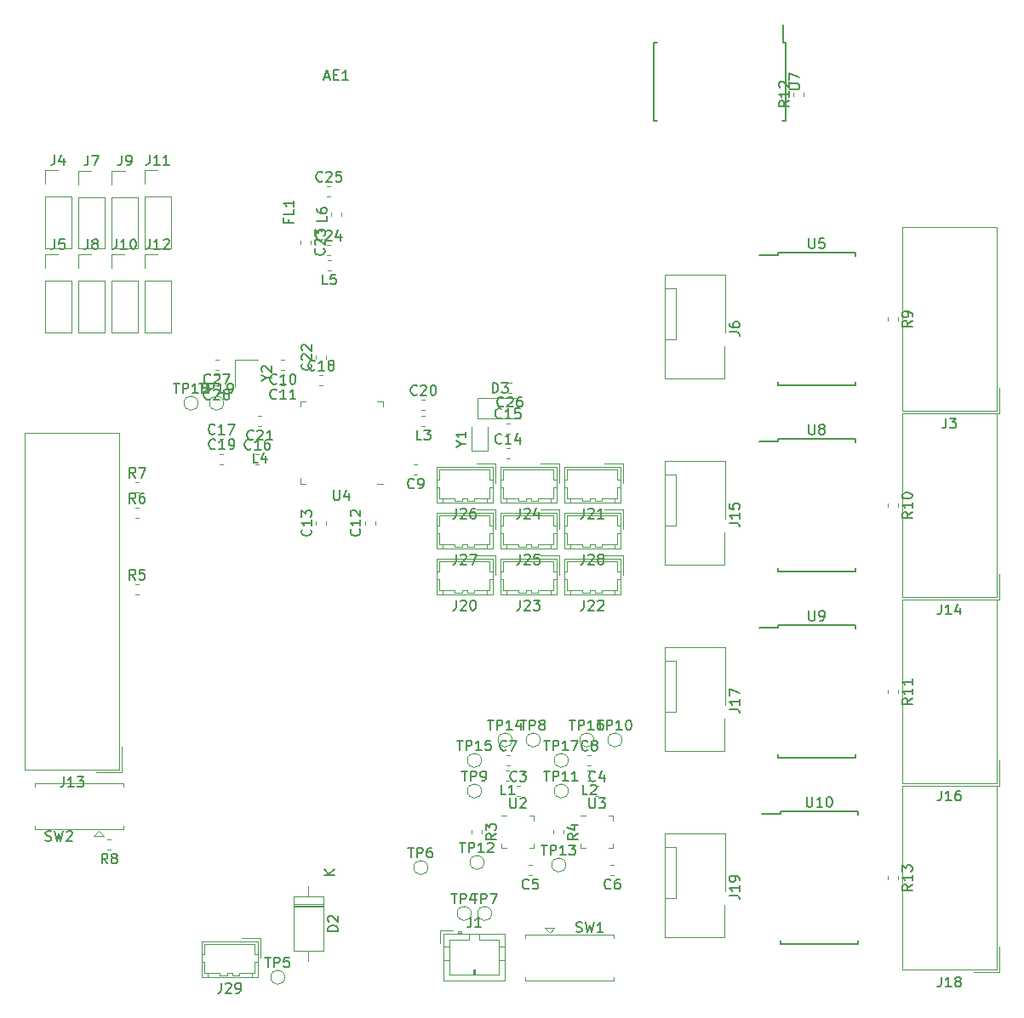
<source format=gto>
G04 #@! TF.GenerationSoftware,KiCad,Pcbnew,(5.1.0-0)*
G04 #@! TF.CreationDate,2019-07-17T00:11:31+01:00*
G04 #@! TF.ProjectId,Face6,46616365-362e-46b6-9963-61645f706362,rev?*
G04 #@! TF.SameCoordinates,Original*
G04 #@! TF.FileFunction,Legend,Top*
G04 #@! TF.FilePolarity,Positive*
%FSLAX46Y46*%
G04 Gerber Fmt 4.6, Leading zero omitted, Abs format (unit mm)*
G04 Created by KiCad (PCBNEW (5.1.0-0)) date 2019-07-17 00:11:31*
%MOMM*%
%LPD*%
G04 APERTURE LIST*
%ADD10C,0.150000*%
%ADD11C,0.120000*%
G04 APERTURE END LIST*
D10*
X210029000Y-44131000D02*
X209779000Y-44131000D01*
X210029000Y-51881000D02*
X209694000Y-51881000D01*
X196879000Y-51881000D02*
X197214000Y-51881000D01*
X196879000Y-44131000D02*
X197214000Y-44131000D01*
X210029000Y-44131000D02*
X210029000Y-51881000D01*
X196879000Y-44131000D02*
X196879000Y-51881000D01*
X209779000Y-44131000D02*
X209779000Y-42331000D01*
D11*
X157506000Y-137174000D02*
X157506000Y-133574000D01*
X157506000Y-133574000D02*
X151906000Y-133574000D01*
X151906000Y-133574000D02*
X151906000Y-137174000D01*
X151906000Y-137174000D02*
X157506000Y-137174000D01*
X157816000Y-135174000D02*
X157816000Y-133264000D01*
X157816000Y-133264000D02*
X155906000Y-133264000D01*
X157506000Y-134874000D02*
X157206000Y-134874000D01*
X157206000Y-134874000D02*
X157206000Y-133874000D01*
X157206000Y-133874000D02*
X152206000Y-133874000D01*
X152206000Y-133874000D02*
X152206000Y-134874000D01*
X152206000Y-134874000D02*
X151906000Y-134874000D01*
X157506000Y-135624000D02*
X157206000Y-135624000D01*
X157206000Y-135624000D02*
X157206000Y-136724000D01*
X157206000Y-136724000D02*
X156906000Y-136724000D01*
X156906000Y-136724000D02*
X156906000Y-137174000D01*
X151906000Y-135624000D02*
X152206000Y-135624000D01*
X152206000Y-135624000D02*
X152206000Y-136724000D01*
X152206000Y-136724000D02*
X152506000Y-136724000D01*
X152506000Y-136724000D02*
X152506000Y-137174000D01*
X156906000Y-136724000D02*
X155706000Y-136724000D01*
X155706000Y-136724000D02*
X155706000Y-137024000D01*
X155706000Y-137024000D02*
X154956000Y-137024000D01*
X154956000Y-137024000D02*
X154956000Y-136724000D01*
X154956000Y-136724000D02*
X154456000Y-136724000D01*
X154456000Y-136724000D02*
X154456000Y-137024000D01*
X154456000Y-137024000D02*
X153706000Y-137024000D01*
X153706000Y-137024000D02*
X153706000Y-136724000D01*
X153706000Y-136724000D02*
X152506000Y-136724000D01*
X157896779Y-82298000D02*
X157571221Y-82298000D01*
X157896779Y-81278000D02*
X157571221Y-81278000D01*
X164340000Y-75600779D02*
X164340000Y-75275221D01*
X163320000Y-75600779D02*
X163320000Y-75275221D01*
X153761221Y-86082500D02*
X154086779Y-86082500D01*
X153761221Y-85062500D02*
X154086779Y-85062500D01*
X173390779Y-87124000D02*
X173065221Y-87124000D01*
X173390779Y-86104000D02*
X173065221Y-86104000D01*
X157572000Y-75674000D02*
X155272000Y-75674000D01*
X155272000Y-75674000D02*
X155272000Y-78374000D01*
X183250721Y-119128000D02*
X183576279Y-119128000D01*
X183250721Y-118108000D02*
X183576279Y-118108000D01*
X191099221Y-119128000D02*
X191424779Y-119128000D01*
X191099221Y-118108000D02*
X191424779Y-118108000D01*
X184795279Y-127002000D02*
X184469721Y-127002000D01*
X184795279Y-125982000D02*
X184469721Y-125982000D01*
X192948779Y-127002000D02*
X192623221Y-127002000D01*
X192948779Y-125982000D02*
X192623221Y-125982000D01*
X182234721Y-116080000D02*
X182560279Y-116080000D01*
X182234721Y-115060000D02*
X182560279Y-115060000D01*
X190337221Y-116080000D02*
X190662779Y-116080000D01*
X190337221Y-115060000D02*
X190662779Y-115060000D01*
X160182779Y-75715500D02*
X159857221Y-75715500D01*
X160182779Y-76735500D02*
X159857221Y-76735500D01*
X160182779Y-78234000D02*
X159857221Y-78234000D01*
X160182779Y-77214000D02*
X159857221Y-77214000D01*
X169216800Y-92085279D02*
X169216800Y-91759721D01*
X168196800Y-92085279D02*
X168196800Y-91759721D01*
X164340000Y-92110779D02*
X164340000Y-91785221D01*
X163320000Y-92110779D02*
X163320000Y-91785221D01*
X182242222Y-84518001D02*
X182567780Y-84518001D01*
X182242222Y-85538001D02*
X182567780Y-85538001D01*
X182242222Y-83028001D02*
X182567780Y-83028001D01*
X182242222Y-82008001D02*
X182567780Y-82008001D01*
X157317221Y-85088000D02*
X157642779Y-85088000D01*
X157317221Y-86108000D02*
X157642779Y-86108000D01*
X153735721Y-83564000D02*
X154061279Y-83564000D01*
X153735721Y-84584000D02*
X154061279Y-84584000D01*
X163667221Y-78234000D02*
X163992779Y-78234000D01*
X163667221Y-77214000D02*
X163992779Y-77214000D01*
X173827121Y-79677800D02*
X174152679Y-79677800D01*
X173827121Y-80697800D02*
X174152679Y-80697800D01*
X161796000Y-63819721D02*
X161796000Y-64145279D01*
X162816000Y-63819721D02*
X162816000Y-64145279D01*
X164403721Y-64260000D02*
X164729279Y-64260000D01*
X164403721Y-65280000D02*
X164729279Y-65280000D01*
X164429221Y-58418000D02*
X164754779Y-58418000D01*
X164429221Y-59438000D02*
X164754779Y-59438000D01*
X182763279Y-78996000D02*
X182437721Y-78996000D01*
X182763279Y-77976000D02*
X182437721Y-77976000D01*
X153604279Y-76710000D02*
X153278721Y-76710000D01*
X153604279Y-75690000D02*
X153278721Y-75690000D01*
X153578779Y-77239500D02*
X153253221Y-77239500D01*
X153578779Y-78259500D02*
X153253221Y-78259500D01*
X164030000Y-129106000D02*
X161090000Y-129106000D01*
X161090000Y-129106000D02*
X161090000Y-134546000D01*
X161090000Y-134546000D02*
X164030000Y-134546000D01*
X164030000Y-134546000D02*
X164030000Y-129106000D01*
X162560000Y-128086000D02*
X162560000Y-129106000D01*
X162560000Y-135566000D02*
X162560000Y-134546000D01*
X164030000Y-130006000D02*
X161090000Y-130006000D01*
X164030000Y-130126000D02*
X161090000Y-130126000D01*
X164030000Y-129886000D02*
X161090000Y-129886000D01*
X179360000Y-79518000D02*
X179360000Y-81518000D01*
X179360000Y-81518000D02*
X183260000Y-81518000D01*
X179360000Y-79518000D02*
X183260000Y-79518000D01*
X134364600Y-116500400D02*
X134364600Y-82940400D01*
X134364600Y-82940400D02*
X143714600Y-82940400D01*
X143714600Y-82940400D02*
X143714600Y-116500400D01*
X143714600Y-116500400D02*
X134364600Y-116500400D01*
X143964600Y-116750400D02*
X143964600Y-114210400D01*
X143964600Y-116750400D02*
X141424600Y-116750400D01*
X182534779Y-117604000D02*
X182209221Y-117604000D01*
X182534779Y-116584000D02*
X182209221Y-116584000D01*
X190662779Y-117604000D02*
X190337221Y-117604000D01*
X190662779Y-116584000D02*
X190337221Y-116584000D01*
X174152779Y-82298000D02*
X173827221Y-82298000D01*
X174152779Y-81278000D02*
X173827221Y-81278000D01*
X157896779Y-83564000D02*
X157571221Y-83564000D01*
X157896779Y-84584000D02*
X157571221Y-84584000D01*
X164780279Y-65784000D02*
X164454721Y-65784000D01*
X164780279Y-66804000D02*
X164454721Y-66804000D01*
X164844000Y-61376779D02*
X164844000Y-61051221D01*
X165864000Y-61376779D02*
X165864000Y-61051221D01*
X179834000Y-122519221D02*
X179834000Y-122844779D01*
X178814000Y-122519221D02*
X178814000Y-122844779D01*
X186942000Y-122544721D02*
X186942000Y-122870279D01*
X187962000Y-122544721D02*
X187962000Y-122870279D01*
X145353721Y-98042000D02*
X145679279Y-98042000D01*
X145353721Y-99062000D02*
X145679279Y-99062000D01*
X145353721Y-91442000D02*
X145679279Y-91442000D01*
X145353721Y-90422000D02*
X145679279Y-90422000D01*
X145353721Y-88902000D02*
X145679279Y-88902000D01*
X145353721Y-87882000D02*
X145679279Y-87882000D01*
X142910779Y-123442000D02*
X142585221Y-123442000D01*
X142910779Y-124462000D02*
X142585221Y-124462000D01*
X187037600Y-132244200D02*
X186037600Y-132244200D01*
X186537600Y-132744200D02*
X187037600Y-132244200D01*
X186037600Y-132244200D02*
X186537600Y-132744200D01*
X192947600Y-137464200D02*
X192947600Y-137154200D01*
X184127600Y-137464200D02*
X184127600Y-137154200D01*
X184127600Y-133254200D02*
X184127600Y-132944200D01*
X192947600Y-137464200D02*
X184127600Y-137464200D01*
X192947600Y-132944200D02*
X192947600Y-133254200D01*
X184127600Y-132944200D02*
X192947600Y-132944200D01*
X178778000Y-82366000D02*
X178778000Y-84766000D01*
X178778000Y-84766000D02*
X180378000Y-84766000D01*
X180378000Y-84766000D02*
X180378000Y-82366000D01*
X184523000Y-121072000D02*
X184998000Y-121072000D01*
X184998000Y-121072000D02*
X184998000Y-121547000D01*
X182253000Y-124292000D02*
X181778000Y-124292000D01*
X181778000Y-124292000D02*
X181778000Y-123817000D01*
X184523000Y-124292000D02*
X184998000Y-124292000D01*
X184998000Y-124292000D02*
X184998000Y-123817000D01*
X182253000Y-121072000D02*
X181778000Y-121072000D01*
X190127000Y-121072000D02*
X189652000Y-121072000D01*
X192872000Y-124292000D02*
X192872000Y-123817000D01*
X192397000Y-124292000D02*
X192872000Y-124292000D01*
X189652000Y-124292000D02*
X189652000Y-123817000D01*
X190127000Y-124292000D02*
X189652000Y-124292000D01*
X192872000Y-121072000D02*
X192872000Y-121547000D01*
X192397000Y-121072000D02*
X192872000Y-121072000D01*
X175994000Y-132810000D02*
X175994000Y-137530000D01*
X175994000Y-137530000D02*
X182114000Y-137530000D01*
X182114000Y-137530000D02*
X182114000Y-132810000D01*
X182114000Y-132810000D02*
X175994000Y-132810000D01*
X177754000Y-132810000D02*
X177754000Y-132610000D01*
X177754000Y-132610000D02*
X177454000Y-132610000D01*
X177454000Y-132610000D02*
X177454000Y-132810000D01*
X177754000Y-132710000D02*
X177454000Y-132710000D01*
X178554000Y-132810000D02*
X178554000Y-133420000D01*
X178554000Y-133420000D02*
X176604000Y-133420000D01*
X176604000Y-133420000D02*
X176604000Y-136920000D01*
X176604000Y-136920000D02*
X181504000Y-136920000D01*
X181504000Y-136920000D02*
X181504000Y-133420000D01*
X181504000Y-133420000D02*
X179554000Y-133420000D01*
X179554000Y-133420000D02*
X179554000Y-132810000D01*
X175994000Y-134120000D02*
X176604000Y-134120000D01*
X175994000Y-135420000D02*
X176604000Y-135420000D01*
X182114000Y-134120000D02*
X181504000Y-134120000D01*
X182114000Y-135420000D02*
X181504000Y-135420000D01*
X178954000Y-136920000D02*
X178954000Y-136420000D01*
X178954000Y-136420000D02*
X179154000Y-136420000D01*
X179154000Y-136420000D02*
X179154000Y-136920000D01*
X179054000Y-136920000D02*
X179054000Y-136420000D01*
X176944000Y-132510000D02*
X175694000Y-132510000D01*
X175694000Y-132510000D02*
X175694000Y-133760000D01*
X210818000Y-49413279D02*
X210818000Y-49087721D01*
X211838000Y-49413279D02*
X211838000Y-49087721D01*
X162276600Y-88031600D02*
X161726600Y-88031600D01*
X161726600Y-88031600D02*
X161726600Y-87481600D01*
X169396600Y-79811600D02*
X169946600Y-79811600D01*
X169946600Y-79811600D02*
X169946600Y-80361600D01*
X162276600Y-79811600D02*
X161726600Y-79811600D01*
X161726600Y-79811600D02*
X161726600Y-80361600D01*
X169396600Y-88031600D02*
X169946600Y-88031600D01*
X221639000Y-80788000D02*
X221639000Y-62468000D01*
X221639000Y-62468000D02*
X230989000Y-62468000D01*
X230989000Y-62468000D02*
X230989000Y-80788000D01*
X230989000Y-80788000D02*
X221639000Y-80788000D01*
X231239000Y-81038000D02*
X231239000Y-78498000D01*
X231239000Y-81038000D02*
X228699000Y-81038000D01*
X199132000Y-73660000D02*
X198122000Y-73660000D01*
X199132000Y-68580000D02*
X199132000Y-73660000D01*
X198122000Y-68580000D02*
X199132000Y-68580000D01*
X198022000Y-67230000D02*
X204022000Y-67230000D01*
X198022000Y-77530000D02*
X198022000Y-67230000D01*
X203972000Y-77530000D02*
X198022000Y-77530000D01*
X203972000Y-74330000D02*
X203972000Y-77530000D01*
X204022000Y-67230000D02*
X204022000Y-72980000D01*
X231239000Y-99580000D02*
X228699000Y-99580000D01*
X231239000Y-99580000D02*
X231239000Y-97040000D01*
X230989000Y-99330000D02*
X221639000Y-99330000D01*
X230989000Y-81010000D02*
X230989000Y-99330000D01*
X221639000Y-81010000D02*
X230989000Y-81010000D01*
X221639000Y-99330000D02*
X221639000Y-81010000D01*
X204022000Y-85772000D02*
X204022000Y-91522000D01*
X203972000Y-92872000D02*
X203972000Y-96072000D01*
X203972000Y-96072000D02*
X198022000Y-96072000D01*
X198022000Y-96072000D02*
X198022000Y-85772000D01*
X198022000Y-85772000D02*
X204022000Y-85772000D01*
X198122000Y-87122000D02*
X199132000Y-87122000D01*
X199132000Y-87122000D02*
X199132000Y-92202000D01*
X199132000Y-92202000D02*
X198122000Y-92202000D01*
X221639000Y-117872000D02*
X221639000Y-99552000D01*
X221639000Y-99552000D02*
X230989000Y-99552000D01*
X230989000Y-99552000D02*
X230989000Y-117872000D01*
X230989000Y-117872000D02*
X221639000Y-117872000D01*
X231239000Y-118122000D02*
X231239000Y-115582000D01*
X231239000Y-118122000D02*
X228699000Y-118122000D01*
X204022000Y-104314000D02*
X204022000Y-110064000D01*
X203972000Y-111414000D02*
X203972000Y-114614000D01*
X203972000Y-114614000D02*
X198022000Y-114614000D01*
X198022000Y-114614000D02*
X198022000Y-104314000D01*
X198022000Y-104314000D02*
X204022000Y-104314000D01*
X198122000Y-105664000D02*
X199132000Y-105664000D01*
X199132000Y-105664000D02*
X199132000Y-110744000D01*
X199132000Y-110744000D02*
X198122000Y-110744000D01*
X231239000Y-136664000D02*
X228699000Y-136664000D01*
X231239000Y-136664000D02*
X231239000Y-134124000D01*
X230989000Y-136414000D02*
X221639000Y-136414000D01*
X230989000Y-118094000D02*
X230989000Y-136414000D01*
X221639000Y-118094000D02*
X230989000Y-118094000D01*
X221639000Y-136414000D02*
X221639000Y-118094000D01*
X199132000Y-129286000D02*
X198122000Y-129286000D01*
X199132000Y-124206000D02*
X199132000Y-129286000D01*
X198122000Y-124206000D02*
X199132000Y-124206000D01*
X198022000Y-122856000D02*
X204022000Y-122856000D01*
X198022000Y-133156000D02*
X198022000Y-122856000D01*
X203972000Y-133156000D02*
X198022000Y-133156000D01*
X203972000Y-129956000D02*
X203972000Y-133156000D01*
X204022000Y-122856000D02*
X204022000Y-128606000D01*
X220216000Y-71490721D02*
X220216000Y-71816279D01*
X221236000Y-71490721D02*
X221236000Y-71816279D01*
X221236000Y-90032721D02*
X221236000Y-90358279D01*
X220216000Y-90032721D02*
X220216000Y-90358279D01*
X220216000Y-108574721D02*
X220216000Y-108900279D01*
X221236000Y-108574721D02*
X221236000Y-108900279D01*
X221236000Y-127116721D02*
X221236000Y-127442279D01*
X220216000Y-127116721D02*
X220216000Y-127442279D01*
D10*
X209231000Y-65303000D02*
X207431000Y-65303000D01*
X209231000Y-78203000D02*
X216981000Y-78203000D01*
X209231000Y-65053000D02*
X216981000Y-65053000D01*
X209231000Y-78203000D02*
X209231000Y-77868000D01*
X216981000Y-78203000D02*
X216981000Y-77868000D01*
X216981000Y-65053000D02*
X216981000Y-65388000D01*
X209231000Y-65053000D02*
X209231000Y-65303000D01*
X209231000Y-83595000D02*
X209231000Y-83845000D01*
X216981000Y-83595000D02*
X216981000Y-83930000D01*
X216981000Y-96745000D02*
X216981000Y-96410000D01*
X209231000Y-96745000D02*
X209231000Y-96410000D01*
X209231000Y-83595000D02*
X216981000Y-83595000D01*
X209231000Y-96745000D02*
X216981000Y-96745000D01*
X209231000Y-83845000D02*
X207431000Y-83845000D01*
X209231000Y-102387000D02*
X207431000Y-102387000D01*
X209231000Y-115287000D02*
X216981000Y-115287000D01*
X209231000Y-102137000D02*
X216981000Y-102137000D01*
X209231000Y-115287000D02*
X209231000Y-114952000D01*
X216981000Y-115287000D02*
X216981000Y-114952000D01*
X216981000Y-102137000D02*
X216981000Y-102472000D01*
X209231000Y-102137000D02*
X209231000Y-102387000D01*
X209485000Y-120679000D02*
X209485000Y-120929000D01*
X217235000Y-120679000D02*
X217235000Y-121014000D01*
X217235000Y-133829000D02*
X217235000Y-133494000D01*
X209485000Y-133829000D02*
X209485000Y-133494000D01*
X209485000Y-120679000D02*
X217235000Y-120679000D01*
X209485000Y-133829000D02*
X217235000Y-133829000D01*
X209485000Y-120929000D02*
X207685000Y-120929000D01*
D11*
X177074000Y-98624000D02*
X175874000Y-98624000D01*
X177074000Y-98924000D02*
X177074000Y-98624000D01*
X177824000Y-98924000D02*
X177074000Y-98924000D01*
X177824000Y-98624000D02*
X177824000Y-98924000D01*
X178324000Y-98624000D02*
X177824000Y-98624000D01*
X178324000Y-98924000D02*
X178324000Y-98624000D01*
X179074000Y-98924000D02*
X178324000Y-98924000D01*
X179074000Y-98624000D02*
X179074000Y-98924000D01*
X180274000Y-98624000D02*
X179074000Y-98624000D01*
X175874000Y-98624000D02*
X175874000Y-99074000D01*
X175574000Y-98624000D02*
X175874000Y-98624000D01*
X175574000Y-97524000D02*
X175574000Y-98624000D01*
X175274000Y-97524000D02*
X175574000Y-97524000D01*
X180274000Y-98624000D02*
X180274000Y-99074000D01*
X180574000Y-98624000D02*
X180274000Y-98624000D01*
X180574000Y-97524000D02*
X180574000Y-98624000D01*
X180874000Y-97524000D02*
X180574000Y-97524000D01*
X175574000Y-96774000D02*
X175274000Y-96774000D01*
X175574000Y-95774000D02*
X175574000Y-96774000D01*
X180574000Y-95774000D02*
X175574000Y-95774000D01*
X180574000Y-96774000D02*
X180574000Y-95774000D01*
X180874000Y-96774000D02*
X180574000Y-96774000D01*
X181184000Y-95164000D02*
X179274000Y-95164000D01*
X181184000Y-97074000D02*
X181184000Y-95164000D01*
X175274000Y-99074000D02*
X180874000Y-99074000D01*
X175274000Y-95474000D02*
X175274000Y-99074000D01*
X180874000Y-95474000D02*
X175274000Y-95474000D01*
X180874000Y-99074000D02*
X180874000Y-95474000D01*
X189774000Y-89480000D02*
X188574000Y-89480000D01*
X189774000Y-89780000D02*
X189774000Y-89480000D01*
X190524000Y-89780000D02*
X189774000Y-89780000D01*
X190524000Y-89480000D02*
X190524000Y-89780000D01*
X191024000Y-89480000D02*
X190524000Y-89480000D01*
X191024000Y-89780000D02*
X191024000Y-89480000D01*
X191774000Y-89780000D02*
X191024000Y-89780000D01*
X191774000Y-89480000D02*
X191774000Y-89780000D01*
X192974000Y-89480000D02*
X191774000Y-89480000D01*
X188574000Y-89480000D02*
X188574000Y-89930000D01*
X188274000Y-89480000D02*
X188574000Y-89480000D01*
X188274000Y-88380000D02*
X188274000Y-89480000D01*
X187974000Y-88380000D02*
X188274000Y-88380000D01*
X192974000Y-89480000D02*
X192974000Y-89930000D01*
X193274000Y-89480000D02*
X192974000Y-89480000D01*
X193274000Y-88380000D02*
X193274000Y-89480000D01*
X193574000Y-88380000D02*
X193274000Y-88380000D01*
X188274000Y-87630000D02*
X187974000Y-87630000D01*
X188274000Y-86630000D02*
X188274000Y-87630000D01*
X193274000Y-86630000D02*
X188274000Y-86630000D01*
X193274000Y-87630000D02*
X193274000Y-86630000D01*
X193574000Y-87630000D02*
X193274000Y-87630000D01*
X193884000Y-86020000D02*
X191974000Y-86020000D01*
X193884000Y-87930000D02*
X193884000Y-86020000D01*
X187974000Y-89930000D02*
X193574000Y-89930000D01*
X187974000Y-86330000D02*
X187974000Y-89930000D01*
X193574000Y-86330000D02*
X187974000Y-86330000D01*
X193574000Y-89930000D02*
X193574000Y-86330000D01*
X189774000Y-98624000D02*
X188574000Y-98624000D01*
X189774000Y-98924000D02*
X189774000Y-98624000D01*
X190524000Y-98924000D02*
X189774000Y-98924000D01*
X190524000Y-98624000D02*
X190524000Y-98924000D01*
X191024000Y-98624000D02*
X190524000Y-98624000D01*
X191024000Y-98924000D02*
X191024000Y-98624000D01*
X191774000Y-98924000D02*
X191024000Y-98924000D01*
X191774000Y-98624000D02*
X191774000Y-98924000D01*
X192974000Y-98624000D02*
X191774000Y-98624000D01*
X188574000Y-98624000D02*
X188574000Y-99074000D01*
X188274000Y-98624000D02*
X188574000Y-98624000D01*
X188274000Y-97524000D02*
X188274000Y-98624000D01*
X187974000Y-97524000D02*
X188274000Y-97524000D01*
X192974000Y-98624000D02*
X192974000Y-99074000D01*
X193274000Y-98624000D02*
X192974000Y-98624000D01*
X193274000Y-97524000D02*
X193274000Y-98624000D01*
X193574000Y-97524000D02*
X193274000Y-97524000D01*
X188274000Y-96774000D02*
X187974000Y-96774000D01*
X188274000Y-95774000D02*
X188274000Y-96774000D01*
X193274000Y-95774000D02*
X188274000Y-95774000D01*
X193274000Y-96774000D02*
X193274000Y-95774000D01*
X193574000Y-96774000D02*
X193274000Y-96774000D01*
X193884000Y-95164000D02*
X191974000Y-95164000D01*
X193884000Y-97074000D02*
X193884000Y-95164000D01*
X187974000Y-99074000D02*
X193574000Y-99074000D01*
X187974000Y-95474000D02*
X187974000Y-99074000D01*
X193574000Y-95474000D02*
X187974000Y-95474000D01*
X193574000Y-99074000D02*
X193574000Y-95474000D01*
X187224000Y-99074000D02*
X187224000Y-95474000D01*
X187224000Y-95474000D02*
X181624000Y-95474000D01*
X181624000Y-95474000D02*
X181624000Y-99074000D01*
X181624000Y-99074000D02*
X187224000Y-99074000D01*
X187534000Y-97074000D02*
X187534000Y-95164000D01*
X187534000Y-95164000D02*
X185624000Y-95164000D01*
X187224000Y-96774000D02*
X186924000Y-96774000D01*
X186924000Y-96774000D02*
X186924000Y-95774000D01*
X186924000Y-95774000D02*
X181924000Y-95774000D01*
X181924000Y-95774000D02*
X181924000Y-96774000D01*
X181924000Y-96774000D02*
X181624000Y-96774000D01*
X187224000Y-97524000D02*
X186924000Y-97524000D01*
X186924000Y-97524000D02*
X186924000Y-98624000D01*
X186924000Y-98624000D02*
X186624000Y-98624000D01*
X186624000Y-98624000D02*
X186624000Y-99074000D01*
X181624000Y-97524000D02*
X181924000Y-97524000D01*
X181924000Y-97524000D02*
X181924000Y-98624000D01*
X181924000Y-98624000D02*
X182224000Y-98624000D01*
X182224000Y-98624000D02*
X182224000Y-99074000D01*
X186624000Y-98624000D02*
X185424000Y-98624000D01*
X185424000Y-98624000D02*
X185424000Y-98924000D01*
X185424000Y-98924000D02*
X184674000Y-98924000D01*
X184674000Y-98924000D02*
X184674000Y-98624000D01*
X184674000Y-98624000D02*
X184174000Y-98624000D01*
X184174000Y-98624000D02*
X184174000Y-98924000D01*
X184174000Y-98924000D02*
X183424000Y-98924000D01*
X183424000Y-98924000D02*
X183424000Y-98624000D01*
X183424000Y-98624000D02*
X182224000Y-98624000D01*
X187224000Y-89930000D02*
X187224000Y-86330000D01*
X187224000Y-86330000D02*
X181624000Y-86330000D01*
X181624000Y-86330000D02*
X181624000Y-89930000D01*
X181624000Y-89930000D02*
X187224000Y-89930000D01*
X187534000Y-87930000D02*
X187534000Y-86020000D01*
X187534000Y-86020000D02*
X185624000Y-86020000D01*
X187224000Y-87630000D02*
X186924000Y-87630000D01*
X186924000Y-87630000D02*
X186924000Y-86630000D01*
X186924000Y-86630000D02*
X181924000Y-86630000D01*
X181924000Y-86630000D02*
X181924000Y-87630000D01*
X181924000Y-87630000D02*
X181624000Y-87630000D01*
X187224000Y-88380000D02*
X186924000Y-88380000D01*
X186924000Y-88380000D02*
X186924000Y-89480000D01*
X186924000Y-89480000D02*
X186624000Y-89480000D01*
X186624000Y-89480000D02*
X186624000Y-89930000D01*
X181624000Y-88380000D02*
X181924000Y-88380000D01*
X181924000Y-88380000D02*
X181924000Y-89480000D01*
X181924000Y-89480000D02*
X182224000Y-89480000D01*
X182224000Y-89480000D02*
X182224000Y-89930000D01*
X186624000Y-89480000D02*
X185424000Y-89480000D01*
X185424000Y-89480000D02*
X185424000Y-89780000D01*
X185424000Y-89780000D02*
X184674000Y-89780000D01*
X184674000Y-89780000D02*
X184674000Y-89480000D01*
X184674000Y-89480000D02*
X184174000Y-89480000D01*
X184174000Y-89480000D02*
X184174000Y-89780000D01*
X184174000Y-89780000D02*
X183424000Y-89780000D01*
X183424000Y-89780000D02*
X183424000Y-89480000D01*
X183424000Y-89480000D02*
X182224000Y-89480000D01*
X187224000Y-94502000D02*
X187224000Y-90902000D01*
X187224000Y-90902000D02*
X181624000Y-90902000D01*
X181624000Y-90902000D02*
X181624000Y-94502000D01*
X181624000Y-94502000D02*
X187224000Y-94502000D01*
X187534000Y-92502000D02*
X187534000Y-90592000D01*
X187534000Y-90592000D02*
X185624000Y-90592000D01*
X187224000Y-92202000D02*
X186924000Y-92202000D01*
X186924000Y-92202000D02*
X186924000Y-91202000D01*
X186924000Y-91202000D02*
X181924000Y-91202000D01*
X181924000Y-91202000D02*
X181924000Y-92202000D01*
X181924000Y-92202000D02*
X181624000Y-92202000D01*
X187224000Y-92952000D02*
X186924000Y-92952000D01*
X186924000Y-92952000D02*
X186924000Y-94052000D01*
X186924000Y-94052000D02*
X186624000Y-94052000D01*
X186624000Y-94052000D02*
X186624000Y-94502000D01*
X181624000Y-92952000D02*
X181924000Y-92952000D01*
X181924000Y-92952000D02*
X181924000Y-94052000D01*
X181924000Y-94052000D02*
X182224000Y-94052000D01*
X182224000Y-94052000D02*
X182224000Y-94502000D01*
X186624000Y-94052000D02*
X185424000Y-94052000D01*
X185424000Y-94052000D02*
X185424000Y-94352000D01*
X185424000Y-94352000D02*
X184674000Y-94352000D01*
X184674000Y-94352000D02*
X184674000Y-94052000D01*
X184674000Y-94052000D02*
X184174000Y-94052000D01*
X184174000Y-94052000D02*
X184174000Y-94352000D01*
X184174000Y-94352000D02*
X183424000Y-94352000D01*
X183424000Y-94352000D02*
X183424000Y-94052000D01*
X183424000Y-94052000D02*
X182224000Y-94052000D01*
X180874000Y-89930000D02*
X180874000Y-86330000D01*
X180874000Y-86330000D02*
X175274000Y-86330000D01*
X175274000Y-86330000D02*
X175274000Y-89930000D01*
X175274000Y-89930000D02*
X180874000Y-89930000D01*
X181184000Y-87930000D02*
X181184000Y-86020000D01*
X181184000Y-86020000D02*
X179274000Y-86020000D01*
X180874000Y-87630000D02*
X180574000Y-87630000D01*
X180574000Y-87630000D02*
X180574000Y-86630000D01*
X180574000Y-86630000D02*
X175574000Y-86630000D01*
X175574000Y-86630000D02*
X175574000Y-87630000D01*
X175574000Y-87630000D02*
X175274000Y-87630000D01*
X180874000Y-88380000D02*
X180574000Y-88380000D01*
X180574000Y-88380000D02*
X180574000Y-89480000D01*
X180574000Y-89480000D02*
X180274000Y-89480000D01*
X180274000Y-89480000D02*
X180274000Y-89930000D01*
X175274000Y-88380000D02*
X175574000Y-88380000D01*
X175574000Y-88380000D02*
X175574000Y-89480000D01*
X175574000Y-89480000D02*
X175874000Y-89480000D01*
X175874000Y-89480000D02*
X175874000Y-89930000D01*
X180274000Y-89480000D02*
X179074000Y-89480000D01*
X179074000Y-89480000D02*
X179074000Y-89780000D01*
X179074000Y-89780000D02*
X178324000Y-89780000D01*
X178324000Y-89780000D02*
X178324000Y-89480000D01*
X178324000Y-89480000D02*
X177824000Y-89480000D01*
X177824000Y-89480000D02*
X177824000Y-89780000D01*
X177824000Y-89780000D02*
X177074000Y-89780000D01*
X177074000Y-89780000D02*
X177074000Y-89480000D01*
X177074000Y-89480000D02*
X175874000Y-89480000D01*
X180874000Y-94502000D02*
X180874000Y-90902000D01*
X180874000Y-90902000D02*
X175274000Y-90902000D01*
X175274000Y-90902000D02*
X175274000Y-94502000D01*
X175274000Y-94502000D02*
X180874000Y-94502000D01*
X181184000Y-92502000D02*
X181184000Y-90592000D01*
X181184000Y-90592000D02*
X179274000Y-90592000D01*
X180874000Y-92202000D02*
X180574000Y-92202000D01*
X180574000Y-92202000D02*
X180574000Y-91202000D01*
X180574000Y-91202000D02*
X175574000Y-91202000D01*
X175574000Y-91202000D02*
X175574000Y-92202000D01*
X175574000Y-92202000D02*
X175274000Y-92202000D01*
X180874000Y-92952000D02*
X180574000Y-92952000D01*
X180574000Y-92952000D02*
X180574000Y-94052000D01*
X180574000Y-94052000D02*
X180274000Y-94052000D01*
X180274000Y-94052000D02*
X180274000Y-94502000D01*
X175274000Y-92952000D02*
X175574000Y-92952000D01*
X175574000Y-92952000D02*
X175574000Y-94052000D01*
X175574000Y-94052000D02*
X175874000Y-94052000D01*
X175874000Y-94052000D02*
X175874000Y-94502000D01*
X180274000Y-94052000D02*
X179074000Y-94052000D01*
X179074000Y-94052000D02*
X179074000Y-94352000D01*
X179074000Y-94352000D02*
X178324000Y-94352000D01*
X178324000Y-94352000D02*
X178324000Y-94052000D01*
X178324000Y-94052000D02*
X177824000Y-94052000D01*
X177824000Y-94052000D02*
X177824000Y-94352000D01*
X177824000Y-94352000D02*
X177074000Y-94352000D01*
X177074000Y-94352000D02*
X177074000Y-94052000D01*
X177074000Y-94052000D02*
X175874000Y-94052000D01*
X189774000Y-94052000D02*
X188574000Y-94052000D01*
X189774000Y-94352000D02*
X189774000Y-94052000D01*
X190524000Y-94352000D02*
X189774000Y-94352000D01*
X190524000Y-94052000D02*
X190524000Y-94352000D01*
X191024000Y-94052000D02*
X190524000Y-94052000D01*
X191024000Y-94352000D02*
X191024000Y-94052000D01*
X191774000Y-94352000D02*
X191024000Y-94352000D01*
X191774000Y-94052000D02*
X191774000Y-94352000D01*
X192974000Y-94052000D02*
X191774000Y-94052000D01*
X188574000Y-94052000D02*
X188574000Y-94502000D01*
X188274000Y-94052000D02*
X188574000Y-94052000D01*
X188274000Y-92952000D02*
X188274000Y-94052000D01*
X187974000Y-92952000D02*
X188274000Y-92952000D01*
X192974000Y-94052000D02*
X192974000Y-94502000D01*
X193274000Y-94052000D02*
X192974000Y-94052000D01*
X193274000Y-92952000D02*
X193274000Y-94052000D01*
X193574000Y-92952000D02*
X193274000Y-92952000D01*
X188274000Y-92202000D02*
X187974000Y-92202000D01*
X188274000Y-91202000D02*
X188274000Y-92202000D01*
X193274000Y-91202000D02*
X188274000Y-91202000D01*
X193274000Y-92202000D02*
X193274000Y-91202000D01*
X193574000Y-92202000D02*
X193274000Y-92202000D01*
X193884000Y-90592000D02*
X191974000Y-90592000D01*
X193884000Y-92502000D02*
X193884000Y-90592000D01*
X187974000Y-94502000D02*
X193574000Y-94502000D01*
X187974000Y-90902000D02*
X187974000Y-94502000D01*
X193574000Y-90902000D02*
X187974000Y-90902000D01*
X193574000Y-94502000D02*
X193574000Y-90902000D01*
X144138000Y-122402000D02*
X135318000Y-122402000D01*
X135318000Y-122402000D02*
X135318000Y-122092000D01*
X135318000Y-117882000D02*
X144138000Y-117882000D01*
X144138000Y-122092000D02*
X144138000Y-122402000D01*
X144138000Y-117882000D02*
X144138000Y-118192000D01*
X135318000Y-117882000D02*
X135318000Y-118192000D01*
X142228000Y-123102000D02*
X141728000Y-122602000D01*
X141728000Y-122602000D02*
X141228000Y-123102000D01*
X141228000Y-123102000D02*
X142228000Y-123102000D01*
X136338000Y-64576000D02*
X138998000Y-64576000D01*
X136338000Y-59436000D02*
X136338000Y-64576000D01*
X138998000Y-59436000D02*
X138998000Y-64576000D01*
X136338000Y-59436000D02*
X138998000Y-59436000D01*
X136338000Y-58166000D02*
X136338000Y-56836000D01*
X136338000Y-56836000D02*
X137668000Y-56836000D01*
X136338000Y-65218000D02*
X137668000Y-65218000D01*
X136338000Y-66548000D02*
X136338000Y-65218000D01*
X136338000Y-67818000D02*
X138998000Y-67818000D01*
X138998000Y-67818000D02*
X138998000Y-72958000D01*
X136338000Y-67818000D02*
X136338000Y-72958000D01*
X136338000Y-72958000D02*
X138998000Y-72958000D01*
X139640000Y-64623001D02*
X142300000Y-64623001D01*
X139640000Y-59483001D02*
X139640000Y-64623001D01*
X142300000Y-59483001D02*
X142300000Y-64623001D01*
X139640000Y-59483001D02*
X142300000Y-59483001D01*
X139640000Y-58213001D02*
X139640000Y-56883001D01*
X139640000Y-56883001D02*
X140970000Y-56883001D01*
X139640000Y-65218000D02*
X140970000Y-65218000D01*
X139640000Y-66548000D02*
X139640000Y-65218000D01*
X139640000Y-67818000D02*
X142300000Y-67818000D01*
X142300000Y-67818000D02*
X142300000Y-72958000D01*
X139640000Y-67818000D02*
X139640000Y-72958000D01*
X139640000Y-72958000D02*
X142300000Y-72958000D01*
X142969001Y-64623001D02*
X145629001Y-64623001D01*
X142969001Y-59483001D02*
X142969001Y-64623001D01*
X145629001Y-59483001D02*
X145629001Y-64623001D01*
X142969001Y-59483001D02*
X145629001Y-59483001D01*
X142969001Y-58213001D02*
X142969001Y-56883001D01*
X142969001Y-56883001D02*
X144299001Y-56883001D01*
X142942000Y-65218000D02*
X144272000Y-65218000D01*
X142942000Y-66548000D02*
X142942000Y-65218000D01*
X142942000Y-67818000D02*
X145602000Y-67818000D01*
X145602000Y-67818000D02*
X145602000Y-72958000D01*
X142942000Y-67818000D02*
X142942000Y-72958000D01*
X142942000Y-72958000D02*
X145602000Y-72958000D01*
X146244000Y-64576000D02*
X148904000Y-64576000D01*
X146244000Y-59436000D02*
X146244000Y-64576000D01*
X148904000Y-59436000D02*
X148904000Y-64576000D01*
X146244000Y-59436000D02*
X148904000Y-59436000D01*
X146244000Y-58166000D02*
X146244000Y-56836000D01*
X146244000Y-56836000D02*
X147574000Y-56836000D01*
X146244000Y-65218000D02*
X147574000Y-65218000D01*
X146244000Y-66548000D02*
X146244000Y-65218000D01*
X146244000Y-67818000D02*
X148904000Y-67818000D01*
X148904000Y-67818000D02*
X148904000Y-72958000D01*
X146244000Y-67818000D02*
X146244000Y-72958000D01*
X146244000Y-72958000D02*
X148904000Y-72958000D01*
X174436000Y-126238000D02*
G75*
G03X174436000Y-126238000I-700000J0D01*
G01*
X180024000Y-125730000D02*
G75*
G03X180024000Y-125730000I-700000J0D01*
G01*
X188406000Y-118618000D02*
G75*
G03X188406000Y-118618000I-700000J0D01*
G01*
X188152000Y-125984000D02*
G75*
G03X188152000Y-125984000I-700000J0D01*
G01*
X179770000Y-118618000D02*
G75*
G03X179770000Y-118618000I-700000J0D01*
G01*
X179770000Y-115570000D02*
G75*
G03X179770000Y-115570000I-700000J0D01*
G01*
X193740000Y-113538000D02*
G75*
G03X193740000Y-113538000I-700000J0D01*
G01*
X190946000Y-113538000D02*
G75*
G03X190946000Y-113538000I-700000J0D01*
G01*
X188406000Y-115570000D02*
G75*
G03X188406000Y-115570000I-700000J0D01*
G01*
X185612000Y-113538000D02*
G75*
G03X185612000Y-113538000I-700000J0D01*
G01*
X182818000Y-113538000D02*
G75*
G03X182818000Y-113538000I-700000J0D01*
G01*
X178754000Y-130810000D02*
G75*
G03X178754000Y-130810000I-700000J0D01*
G01*
X180786000Y-130810000D02*
G75*
G03X180786000Y-130810000I-700000J0D01*
G01*
X160212000Y-137160000D02*
G75*
G03X160212000Y-137160000I-700000J0D01*
G01*
X151576000Y-80010000D02*
G75*
G03X151576000Y-80010000I-700000J0D01*
G01*
X154116000Y-80010000D02*
G75*
G03X154116000Y-80010000I-700000J0D01*
G01*
D10*
X210406380Y-48767904D02*
X211215904Y-48767904D01*
X211311142Y-48720285D01*
X211358761Y-48672666D01*
X211406380Y-48577428D01*
X211406380Y-48386952D01*
X211358761Y-48291714D01*
X211311142Y-48244095D01*
X211215904Y-48196476D01*
X210406380Y-48196476D01*
X210406380Y-47815523D02*
X210406380Y-47148857D01*
X211406380Y-47577428D01*
X153896476Y-137726380D02*
X153896476Y-138440666D01*
X153848857Y-138583523D01*
X153753619Y-138678761D01*
X153610761Y-138726380D01*
X153515523Y-138726380D01*
X154325047Y-137821619D02*
X154372666Y-137774000D01*
X154467904Y-137726380D01*
X154706000Y-137726380D01*
X154801238Y-137774000D01*
X154848857Y-137821619D01*
X154896476Y-137916857D01*
X154896476Y-138012095D01*
X154848857Y-138154952D01*
X154277428Y-138726380D01*
X154896476Y-138726380D01*
X155372666Y-138726380D02*
X155563142Y-138726380D01*
X155658380Y-138678761D01*
X155706000Y-138631142D01*
X155801238Y-138488285D01*
X155848857Y-138297809D01*
X155848857Y-137916857D01*
X155801238Y-137821619D01*
X155753619Y-137774000D01*
X155658380Y-137726380D01*
X155467904Y-137726380D01*
X155372666Y-137774000D01*
X155325047Y-137821619D01*
X155277428Y-137916857D01*
X155277428Y-138154952D01*
X155325047Y-138250190D01*
X155372666Y-138297809D01*
X155467904Y-138345428D01*
X155658380Y-138345428D01*
X155753619Y-138297809D01*
X155801238Y-138250190D01*
X155848857Y-138154952D01*
X157091142Y-83575142D02*
X157043523Y-83622761D01*
X156900666Y-83670380D01*
X156805428Y-83670380D01*
X156662571Y-83622761D01*
X156567333Y-83527523D01*
X156519714Y-83432285D01*
X156472095Y-83241809D01*
X156472095Y-83098952D01*
X156519714Y-82908476D01*
X156567333Y-82813238D01*
X156662571Y-82718000D01*
X156805428Y-82670380D01*
X156900666Y-82670380D01*
X157043523Y-82718000D01*
X157091142Y-82765619D01*
X157472095Y-82765619D02*
X157519714Y-82718000D01*
X157614952Y-82670380D01*
X157853047Y-82670380D01*
X157948285Y-82718000D01*
X157995904Y-82765619D01*
X158043523Y-82860857D01*
X158043523Y-82956095D01*
X157995904Y-83098952D01*
X157424476Y-83670380D01*
X158043523Y-83670380D01*
X158995904Y-83670380D02*
X158424476Y-83670380D01*
X158710190Y-83670380D02*
X158710190Y-82670380D01*
X158614952Y-82813238D01*
X158519714Y-82908476D01*
X158424476Y-82956095D01*
X162757142Y-76080857D02*
X162804761Y-76128476D01*
X162852380Y-76271333D01*
X162852380Y-76366571D01*
X162804761Y-76509428D01*
X162709523Y-76604666D01*
X162614285Y-76652285D01*
X162423809Y-76699904D01*
X162280952Y-76699904D01*
X162090476Y-76652285D01*
X161995238Y-76604666D01*
X161900000Y-76509428D01*
X161852380Y-76366571D01*
X161852380Y-76271333D01*
X161900000Y-76128476D01*
X161947619Y-76080857D01*
X161947619Y-75699904D02*
X161900000Y-75652285D01*
X161852380Y-75557047D01*
X161852380Y-75318952D01*
X161900000Y-75223714D01*
X161947619Y-75176095D01*
X162042857Y-75128476D01*
X162138095Y-75128476D01*
X162280952Y-75176095D01*
X162852380Y-75747523D01*
X162852380Y-75128476D01*
X161947619Y-74747523D02*
X161900000Y-74699904D01*
X161852380Y-74604666D01*
X161852380Y-74366571D01*
X161900000Y-74271333D01*
X161947619Y-74223714D01*
X162042857Y-74176095D01*
X162138095Y-74176095D01*
X162280952Y-74223714D01*
X162852380Y-74795142D01*
X162852380Y-74176095D01*
X153281142Y-84499642D02*
X153233523Y-84547261D01*
X153090666Y-84594880D01*
X152995428Y-84594880D01*
X152852571Y-84547261D01*
X152757333Y-84452023D01*
X152709714Y-84356785D01*
X152662095Y-84166309D01*
X152662095Y-84023452D01*
X152709714Y-83832976D01*
X152757333Y-83737738D01*
X152852571Y-83642500D01*
X152995428Y-83594880D01*
X153090666Y-83594880D01*
X153233523Y-83642500D01*
X153281142Y-83690119D01*
X154233523Y-84594880D02*
X153662095Y-84594880D01*
X153947809Y-84594880D02*
X153947809Y-83594880D01*
X153852571Y-83737738D01*
X153757333Y-83832976D01*
X153662095Y-83880595D01*
X154709714Y-84594880D02*
X154900190Y-84594880D01*
X154995428Y-84547261D01*
X155043047Y-84499642D01*
X155138285Y-84356785D01*
X155185904Y-84166309D01*
X155185904Y-83785357D01*
X155138285Y-83690119D01*
X155090666Y-83642500D01*
X154995428Y-83594880D01*
X154804952Y-83594880D01*
X154709714Y-83642500D01*
X154662095Y-83690119D01*
X154614476Y-83785357D01*
X154614476Y-84023452D01*
X154662095Y-84118690D01*
X154709714Y-84166309D01*
X154804952Y-84213928D01*
X154995428Y-84213928D01*
X155090666Y-84166309D01*
X155138285Y-84118690D01*
X155185904Y-84023452D01*
X173061333Y-88401142D02*
X173013714Y-88448761D01*
X172870857Y-88496380D01*
X172775619Y-88496380D01*
X172632761Y-88448761D01*
X172537523Y-88353523D01*
X172489904Y-88258285D01*
X172442285Y-88067809D01*
X172442285Y-87924952D01*
X172489904Y-87734476D01*
X172537523Y-87639238D01*
X172632761Y-87544000D01*
X172775619Y-87496380D01*
X172870857Y-87496380D01*
X173013714Y-87544000D01*
X173061333Y-87591619D01*
X173537523Y-88496380D02*
X173728000Y-88496380D01*
X173823238Y-88448761D01*
X173870857Y-88401142D01*
X173966095Y-88258285D01*
X174013714Y-88067809D01*
X174013714Y-87686857D01*
X173966095Y-87591619D01*
X173918476Y-87544000D01*
X173823238Y-87496380D01*
X173632761Y-87496380D01*
X173537523Y-87544000D01*
X173489904Y-87591619D01*
X173442285Y-87686857D01*
X173442285Y-87924952D01*
X173489904Y-88020190D01*
X173537523Y-88067809D01*
X173632761Y-88115428D01*
X173823238Y-88115428D01*
X173918476Y-88067809D01*
X173966095Y-88020190D01*
X174013714Y-87924952D01*
X158398190Y-77500190D02*
X158874380Y-77500190D01*
X157874380Y-77833523D02*
X158398190Y-77500190D01*
X157874380Y-77166857D01*
X157969619Y-76881142D02*
X157922000Y-76833523D01*
X157874380Y-76738285D01*
X157874380Y-76500190D01*
X157922000Y-76404952D01*
X157969619Y-76357333D01*
X158064857Y-76309714D01*
X158160095Y-76309714D01*
X158302952Y-76357333D01*
X158874380Y-76928761D01*
X158874380Y-76309714D01*
X164187333Y-47555066D02*
X164663523Y-47555066D01*
X164092095Y-47840780D02*
X164425428Y-46840780D01*
X164758761Y-47840780D01*
X165092095Y-47316971D02*
X165425428Y-47316971D01*
X165568285Y-47840780D02*
X165092095Y-47840780D01*
X165092095Y-46840780D01*
X165568285Y-46840780D01*
X166520666Y-47840780D02*
X165949238Y-47840780D01*
X166234952Y-47840780D02*
X166234952Y-46840780D01*
X166139714Y-46983638D01*
X166044476Y-47078876D01*
X165949238Y-47126495D01*
X183246833Y-117545142D02*
X183199214Y-117592761D01*
X183056357Y-117640380D01*
X182961119Y-117640380D01*
X182818261Y-117592761D01*
X182723023Y-117497523D01*
X182675404Y-117402285D01*
X182627785Y-117211809D01*
X182627785Y-117068952D01*
X182675404Y-116878476D01*
X182723023Y-116783238D01*
X182818261Y-116688000D01*
X182961119Y-116640380D01*
X183056357Y-116640380D01*
X183199214Y-116688000D01*
X183246833Y-116735619D01*
X183580166Y-116640380D02*
X184199214Y-116640380D01*
X183865880Y-117021333D01*
X184008738Y-117021333D01*
X184103976Y-117068952D01*
X184151595Y-117116571D01*
X184199214Y-117211809D01*
X184199214Y-117449904D01*
X184151595Y-117545142D01*
X184103976Y-117592761D01*
X184008738Y-117640380D01*
X183723023Y-117640380D01*
X183627785Y-117592761D01*
X183580166Y-117545142D01*
X191095333Y-117545142D02*
X191047714Y-117592761D01*
X190904857Y-117640380D01*
X190809619Y-117640380D01*
X190666761Y-117592761D01*
X190571523Y-117497523D01*
X190523904Y-117402285D01*
X190476285Y-117211809D01*
X190476285Y-117068952D01*
X190523904Y-116878476D01*
X190571523Y-116783238D01*
X190666761Y-116688000D01*
X190809619Y-116640380D01*
X190904857Y-116640380D01*
X191047714Y-116688000D01*
X191095333Y-116735619D01*
X191952476Y-116973714D02*
X191952476Y-117640380D01*
X191714380Y-116592761D02*
X191476285Y-117307047D01*
X192095333Y-117307047D01*
X184465833Y-128279142D02*
X184418214Y-128326761D01*
X184275357Y-128374380D01*
X184180119Y-128374380D01*
X184037261Y-128326761D01*
X183942023Y-128231523D01*
X183894404Y-128136285D01*
X183846785Y-127945809D01*
X183846785Y-127802952D01*
X183894404Y-127612476D01*
X183942023Y-127517238D01*
X184037261Y-127422000D01*
X184180119Y-127374380D01*
X184275357Y-127374380D01*
X184418214Y-127422000D01*
X184465833Y-127469619D01*
X185370595Y-127374380D02*
X184894404Y-127374380D01*
X184846785Y-127850571D01*
X184894404Y-127802952D01*
X184989642Y-127755333D01*
X185227738Y-127755333D01*
X185322976Y-127802952D01*
X185370595Y-127850571D01*
X185418214Y-127945809D01*
X185418214Y-128183904D01*
X185370595Y-128279142D01*
X185322976Y-128326761D01*
X185227738Y-128374380D01*
X184989642Y-128374380D01*
X184894404Y-128326761D01*
X184846785Y-128279142D01*
X192619333Y-128279142D02*
X192571714Y-128326761D01*
X192428857Y-128374380D01*
X192333619Y-128374380D01*
X192190761Y-128326761D01*
X192095523Y-128231523D01*
X192047904Y-128136285D01*
X192000285Y-127945809D01*
X192000285Y-127802952D01*
X192047904Y-127612476D01*
X192095523Y-127517238D01*
X192190761Y-127422000D01*
X192333619Y-127374380D01*
X192428857Y-127374380D01*
X192571714Y-127422000D01*
X192619333Y-127469619D01*
X193476476Y-127374380D02*
X193286000Y-127374380D01*
X193190761Y-127422000D01*
X193143142Y-127469619D01*
X193047904Y-127612476D01*
X193000285Y-127802952D01*
X193000285Y-128183904D01*
X193047904Y-128279142D01*
X193095523Y-128326761D01*
X193190761Y-128374380D01*
X193381238Y-128374380D01*
X193476476Y-128326761D01*
X193524095Y-128279142D01*
X193571714Y-128183904D01*
X193571714Y-127945809D01*
X193524095Y-127850571D01*
X193476476Y-127802952D01*
X193381238Y-127755333D01*
X193190761Y-127755333D01*
X193095523Y-127802952D01*
X193047904Y-127850571D01*
X193000285Y-127945809D01*
X182230833Y-114497142D02*
X182183214Y-114544761D01*
X182040357Y-114592380D01*
X181945119Y-114592380D01*
X181802261Y-114544761D01*
X181707023Y-114449523D01*
X181659404Y-114354285D01*
X181611785Y-114163809D01*
X181611785Y-114020952D01*
X181659404Y-113830476D01*
X181707023Y-113735238D01*
X181802261Y-113640000D01*
X181945119Y-113592380D01*
X182040357Y-113592380D01*
X182183214Y-113640000D01*
X182230833Y-113687619D01*
X182564166Y-113592380D02*
X183230833Y-113592380D01*
X182802261Y-114592380D01*
X190333333Y-114497142D02*
X190285714Y-114544761D01*
X190142857Y-114592380D01*
X190047619Y-114592380D01*
X189904761Y-114544761D01*
X189809523Y-114449523D01*
X189761904Y-114354285D01*
X189714285Y-114163809D01*
X189714285Y-114020952D01*
X189761904Y-113830476D01*
X189809523Y-113735238D01*
X189904761Y-113640000D01*
X190047619Y-113592380D01*
X190142857Y-113592380D01*
X190285714Y-113640000D01*
X190333333Y-113687619D01*
X190904761Y-114020952D02*
X190809523Y-113973333D01*
X190761904Y-113925714D01*
X190714285Y-113830476D01*
X190714285Y-113782857D01*
X190761904Y-113687619D01*
X190809523Y-113640000D01*
X190904761Y-113592380D01*
X191095238Y-113592380D01*
X191190476Y-113640000D01*
X191238095Y-113687619D01*
X191285714Y-113782857D01*
X191285714Y-113830476D01*
X191238095Y-113925714D01*
X191190476Y-113973333D01*
X191095238Y-114020952D01*
X190904761Y-114020952D01*
X190809523Y-114068571D01*
X190761904Y-114116190D01*
X190714285Y-114211428D01*
X190714285Y-114401904D01*
X190761904Y-114497142D01*
X190809523Y-114544761D01*
X190904761Y-114592380D01*
X191095238Y-114592380D01*
X191190476Y-114544761D01*
X191238095Y-114497142D01*
X191285714Y-114401904D01*
X191285714Y-114211428D01*
X191238095Y-114116190D01*
X191190476Y-114068571D01*
X191095238Y-114020952D01*
X159377142Y-78012642D02*
X159329523Y-78060261D01*
X159186666Y-78107880D01*
X159091428Y-78107880D01*
X158948571Y-78060261D01*
X158853333Y-77965023D01*
X158805714Y-77869785D01*
X158758095Y-77679309D01*
X158758095Y-77536452D01*
X158805714Y-77345976D01*
X158853333Y-77250738D01*
X158948571Y-77155500D01*
X159091428Y-77107880D01*
X159186666Y-77107880D01*
X159329523Y-77155500D01*
X159377142Y-77203119D01*
X160329523Y-78107880D02*
X159758095Y-78107880D01*
X160043809Y-78107880D02*
X160043809Y-77107880D01*
X159948571Y-77250738D01*
X159853333Y-77345976D01*
X159758095Y-77393595D01*
X160948571Y-77107880D02*
X161043809Y-77107880D01*
X161139047Y-77155500D01*
X161186666Y-77203119D01*
X161234285Y-77298357D01*
X161281904Y-77488833D01*
X161281904Y-77726928D01*
X161234285Y-77917404D01*
X161186666Y-78012642D01*
X161139047Y-78060261D01*
X161043809Y-78107880D01*
X160948571Y-78107880D01*
X160853333Y-78060261D01*
X160805714Y-78012642D01*
X160758095Y-77917404D01*
X160710476Y-77726928D01*
X160710476Y-77488833D01*
X160758095Y-77298357D01*
X160805714Y-77203119D01*
X160853333Y-77155500D01*
X160948571Y-77107880D01*
X159377142Y-79511142D02*
X159329523Y-79558761D01*
X159186666Y-79606380D01*
X159091428Y-79606380D01*
X158948571Y-79558761D01*
X158853333Y-79463523D01*
X158805714Y-79368285D01*
X158758095Y-79177809D01*
X158758095Y-79034952D01*
X158805714Y-78844476D01*
X158853333Y-78749238D01*
X158948571Y-78654000D01*
X159091428Y-78606380D01*
X159186666Y-78606380D01*
X159329523Y-78654000D01*
X159377142Y-78701619D01*
X160329523Y-79606380D02*
X159758095Y-79606380D01*
X160043809Y-79606380D02*
X160043809Y-78606380D01*
X159948571Y-78749238D01*
X159853333Y-78844476D01*
X159758095Y-78892095D01*
X161281904Y-79606380D02*
X160710476Y-79606380D01*
X160996190Y-79606380D02*
X160996190Y-78606380D01*
X160900952Y-78749238D01*
X160805714Y-78844476D01*
X160710476Y-78892095D01*
X167633942Y-92565357D02*
X167681561Y-92612976D01*
X167729180Y-92755833D01*
X167729180Y-92851071D01*
X167681561Y-92993928D01*
X167586323Y-93089166D01*
X167491085Y-93136785D01*
X167300609Y-93184404D01*
X167157752Y-93184404D01*
X166967276Y-93136785D01*
X166872038Y-93089166D01*
X166776800Y-92993928D01*
X166729180Y-92851071D01*
X166729180Y-92755833D01*
X166776800Y-92612976D01*
X166824419Y-92565357D01*
X167729180Y-91612976D02*
X167729180Y-92184404D01*
X167729180Y-91898690D02*
X166729180Y-91898690D01*
X166872038Y-91993928D01*
X166967276Y-92089166D01*
X167014895Y-92184404D01*
X166824419Y-91232023D02*
X166776800Y-91184404D01*
X166729180Y-91089166D01*
X166729180Y-90851071D01*
X166776800Y-90755833D01*
X166824419Y-90708214D01*
X166919657Y-90660595D01*
X167014895Y-90660595D01*
X167157752Y-90708214D01*
X167729180Y-91279642D01*
X167729180Y-90660595D01*
X162757142Y-92590857D02*
X162804761Y-92638476D01*
X162852380Y-92781333D01*
X162852380Y-92876571D01*
X162804761Y-93019428D01*
X162709523Y-93114666D01*
X162614285Y-93162285D01*
X162423809Y-93209904D01*
X162280952Y-93209904D01*
X162090476Y-93162285D01*
X161995238Y-93114666D01*
X161900000Y-93019428D01*
X161852380Y-92876571D01*
X161852380Y-92781333D01*
X161900000Y-92638476D01*
X161947619Y-92590857D01*
X162852380Y-91638476D02*
X162852380Y-92209904D01*
X162852380Y-91924190D02*
X161852380Y-91924190D01*
X161995238Y-92019428D01*
X162090476Y-92114666D01*
X162138095Y-92209904D01*
X161852380Y-91305142D02*
X161852380Y-90686095D01*
X162233333Y-91019428D01*
X162233333Y-90876571D01*
X162280952Y-90781333D01*
X162328571Y-90733714D01*
X162423809Y-90686095D01*
X162661904Y-90686095D01*
X162757142Y-90733714D01*
X162804761Y-90781333D01*
X162852380Y-90876571D01*
X162852380Y-91162285D01*
X162804761Y-91257523D01*
X162757142Y-91305142D01*
X181762143Y-83955143D02*
X181714524Y-84002762D01*
X181571667Y-84050381D01*
X181476429Y-84050381D01*
X181333572Y-84002762D01*
X181238334Y-83907524D01*
X181190715Y-83812286D01*
X181143096Y-83621810D01*
X181143096Y-83478953D01*
X181190715Y-83288477D01*
X181238334Y-83193239D01*
X181333572Y-83098001D01*
X181476429Y-83050381D01*
X181571667Y-83050381D01*
X181714524Y-83098001D01*
X181762143Y-83145620D01*
X182714524Y-84050381D02*
X182143096Y-84050381D01*
X182428810Y-84050381D02*
X182428810Y-83050381D01*
X182333572Y-83193239D01*
X182238334Y-83288477D01*
X182143096Y-83336096D01*
X183571667Y-83383715D02*
X183571667Y-84050381D01*
X183333572Y-83002762D02*
X183095477Y-83717048D01*
X183714524Y-83717048D01*
X181762143Y-81445143D02*
X181714524Y-81492762D01*
X181571667Y-81540381D01*
X181476429Y-81540381D01*
X181333572Y-81492762D01*
X181238334Y-81397524D01*
X181190715Y-81302286D01*
X181143096Y-81111810D01*
X181143096Y-80968953D01*
X181190715Y-80778477D01*
X181238334Y-80683239D01*
X181333572Y-80588001D01*
X181476429Y-80540381D01*
X181571667Y-80540381D01*
X181714524Y-80588001D01*
X181762143Y-80635620D01*
X182714524Y-81540381D02*
X182143096Y-81540381D01*
X182428810Y-81540381D02*
X182428810Y-80540381D01*
X182333572Y-80683239D01*
X182238334Y-80778477D01*
X182143096Y-80826096D01*
X183619286Y-80540381D02*
X183143096Y-80540381D01*
X183095477Y-81016572D01*
X183143096Y-80968953D01*
X183238334Y-80921334D01*
X183476429Y-80921334D01*
X183571667Y-80968953D01*
X183619286Y-81016572D01*
X183666905Y-81111810D01*
X183666905Y-81349905D01*
X183619286Y-81445143D01*
X183571667Y-81492762D01*
X183476429Y-81540381D01*
X183238334Y-81540381D01*
X183143096Y-81492762D01*
X183095477Y-81445143D01*
X156837142Y-84525142D02*
X156789523Y-84572761D01*
X156646666Y-84620380D01*
X156551428Y-84620380D01*
X156408571Y-84572761D01*
X156313333Y-84477523D01*
X156265714Y-84382285D01*
X156218095Y-84191809D01*
X156218095Y-84048952D01*
X156265714Y-83858476D01*
X156313333Y-83763238D01*
X156408571Y-83668000D01*
X156551428Y-83620380D01*
X156646666Y-83620380D01*
X156789523Y-83668000D01*
X156837142Y-83715619D01*
X157789523Y-84620380D02*
X157218095Y-84620380D01*
X157503809Y-84620380D02*
X157503809Y-83620380D01*
X157408571Y-83763238D01*
X157313333Y-83858476D01*
X157218095Y-83906095D01*
X158646666Y-83620380D02*
X158456190Y-83620380D01*
X158360952Y-83668000D01*
X158313333Y-83715619D01*
X158218095Y-83858476D01*
X158170476Y-84048952D01*
X158170476Y-84429904D01*
X158218095Y-84525142D01*
X158265714Y-84572761D01*
X158360952Y-84620380D01*
X158551428Y-84620380D01*
X158646666Y-84572761D01*
X158694285Y-84525142D01*
X158741904Y-84429904D01*
X158741904Y-84191809D01*
X158694285Y-84096571D01*
X158646666Y-84048952D01*
X158551428Y-84001333D01*
X158360952Y-84001333D01*
X158265714Y-84048952D01*
X158218095Y-84096571D01*
X158170476Y-84191809D01*
X153255642Y-83001142D02*
X153208023Y-83048761D01*
X153065166Y-83096380D01*
X152969928Y-83096380D01*
X152827071Y-83048761D01*
X152731833Y-82953523D01*
X152684214Y-82858285D01*
X152636595Y-82667809D01*
X152636595Y-82524952D01*
X152684214Y-82334476D01*
X152731833Y-82239238D01*
X152827071Y-82144000D01*
X152969928Y-82096380D01*
X153065166Y-82096380D01*
X153208023Y-82144000D01*
X153255642Y-82191619D01*
X154208023Y-83096380D02*
X153636595Y-83096380D01*
X153922309Y-83096380D02*
X153922309Y-82096380D01*
X153827071Y-82239238D01*
X153731833Y-82334476D01*
X153636595Y-82382095D01*
X154541357Y-82096380D02*
X155208023Y-82096380D01*
X154779452Y-83096380D01*
X163187142Y-76651142D02*
X163139523Y-76698761D01*
X162996666Y-76746380D01*
X162901428Y-76746380D01*
X162758571Y-76698761D01*
X162663333Y-76603523D01*
X162615714Y-76508285D01*
X162568095Y-76317809D01*
X162568095Y-76174952D01*
X162615714Y-75984476D01*
X162663333Y-75889238D01*
X162758571Y-75794000D01*
X162901428Y-75746380D01*
X162996666Y-75746380D01*
X163139523Y-75794000D01*
X163187142Y-75841619D01*
X164139523Y-76746380D02*
X163568095Y-76746380D01*
X163853809Y-76746380D02*
X163853809Y-75746380D01*
X163758571Y-75889238D01*
X163663333Y-75984476D01*
X163568095Y-76032095D01*
X164710952Y-76174952D02*
X164615714Y-76127333D01*
X164568095Y-76079714D01*
X164520476Y-75984476D01*
X164520476Y-75936857D01*
X164568095Y-75841619D01*
X164615714Y-75794000D01*
X164710952Y-75746380D01*
X164901428Y-75746380D01*
X164996666Y-75794000D01*
X165044285Y-75841619D01*
X165091904Y-75936857D01*
X165091904Y-75984476D01*
X165044285Y-76079714D01*
X164996666Y-76127333D01*
X164901428Y-76174952D01*
X164710952Y-76174952D01*
X164615714Y-76222571D01*
X164568095Y-76270190D01*
X164520476Y-76365428D01*
X164520476Y-76555904D01*
X164568095Y-76651142D01*
X164615714Y-76698761D01*
X164710952Y-76746380D01*
X164901428Y-76746380D01*
X164996666Y-76698761D01*
X165044285Y-76651142D01*
X165091904Y-76555904D01*
X165091904Y-76365428D01*
X165044285Y-76270190D01*
X164996666Y-76222571D01*
X164901428Y-76174952D01*
X173347042Y-79114942D02*
X173299423Y-79162561D01*
X173156566Y-79210180D01*
X173061328Y-79210180D01*
X172918471Y-79162561D01*
X172823233Y-79067323D01*
X172775614Y-78972085D01*
X172727995Y-78781609D01*
X172727995Y-78638752D01*
X172775614Y-78448276D01*
X172823233Y-78353038D01*
X172918471Y-78257800D01*
X173061328Y-78210180D01*
X173156566Y-78210180D01*
X173299423Y-78257800D01*
X173347042Y-78305419D01*
X173727995Y-78305419D02*
X173775614Y-78257800D01*
X173870852Y-78210180D01*
X174108947Y-78210180D01*
X174204185Y-78257800D01*
X174251804Y-78305419D01*
X174299423Y-78400657D01*
X174299423Y-78495895D01*
X174251804Y-78638752D01*
X173680376Y-79210180D01*
X174299423Y-79210180D01*
X174918471Y-78210180D02*
X175013709Y-78210180D01*
X175108947Y-78257800D01*
X175156566Y-78305419D01*
X175204185Y-78400657D01*
X175251804Y-78591133D01*
X175251804Y-78829228D01*
X175204185Y-79019704D01*
X175156566Y-79114942D01*
X175108947Y-79162561D01*
X175013709Y-79210180D01*
X174918471Y-79210180D01*
X174823233Y-79162561D01*
X174775614Y-79114942D01*
X174727995Y-79019704D01*
X174680376Y-78829228D01*
X174680376Y-78591133D01*
X174727995Y-78400657D01*
X174775614Y-78305419D01*
X174823233Y-78257800D01*
X174918471Y-78210180D01*
X164093142Y-64625357D02*
X164140761Y-64672976D01*
X164188380Y-64815833D01*
X164188380Y-64911071D01*
X164140761Y-65053928D01*
X164045523Y-65149166D01*
X163950285Y-65196785D01*
X163759809Y-65244404D01*
X163616952Y-65244404D01*
X163426476Y-65196785D01*
X163331238Y-65149166D01*
X163236000Y-65053928D01*
X163188380Y-64911071D01*
X163188380Y-64815833D01*
X163236000Y-64672976D01*
X163283619Y-64625357D01*
X163283619Y-64244404D02*
X163236000Y-64196785D01*
X163188380Y-64101547D01*
X163188380Y-63863452D01*
X163236000Y-63768214D01*
X163283619Y-63720595D01*
X163378857Y-63672976D01*
X163474095Y-63672976D01*
X163616952Y-63720595D01*
X164188380Y-64292023D01*
X164188380Y-63672976D01*
X163188380Y-63339642D02*
X163188380Y-62720595D01*
X163569333Y-63053928D01*
X163569333Y-62911071D01*
X163616952Y-62815833D01*
X163664571Y-62768214D01*
X163759809Y-62720595D01*
X163997904Y-62720595D01*
X164093142Y-62768214D01*
X164140761Y-62815833D01*
X164188380Y-62911071D01*
X164188380Y-63196785D01*
X164140761Y-63292023D01*
X164093142Y-63339642D01*
X163923642Y-63697142D02*
X163876023Y-63744761D01*
X163733166Y-63792380D01*
X163637928Y-63792380D01*
X163495071Y-63744761D01*
X163399833Y-63649523D01*
X163352214Y-63554285D01*
X163304595Y-63363809D01*
X163304595Y-63220952D01*
X163352214Y-63030476D01*
X163399833Y-62935238D01*
X163495071Y-62840000D01*
X163637928Y-62792380D01*
X163733166Y-62792380D01*
X163876023Y-62840000D01*
X163923642Y-62887619D01*
X164304595Y-62887619D02*
X164352214Y-62840000D01*
X164447452Y-62792380D01*
X164685547Y-62792380D01*
X164780785Y-62840000D01*
X164828404Y-62887619D01*
X164876023Y-62982857D01*
X164876023Y-63078095D01*
X164828404Y-63220952D01*
X164256976Y-63792380D01*
X164876023Y-63792380D01*
X165733166Y-63125714D02*
X165733166Y-63792380D01*
X165495071Y-62744761D02*
X165256976Y-63459047D01*
X165876023Y-63459047D01*
X163949142Y-57855142D02*
X163901523Y-57902761D01*
X163758666Y-57950380D01*
X163663428Y-57950380D01*
X163520571Y-57902761D01*
X163425333Y-57807523D01*
X163377714Y-57712285D01*
X163330095Y-57521809D01*
X163330095Y-57378952D01*
X163377714Y-57188476D01*
X163425333Y-57093238D01*
X163520571Y-56998000D01*
X163663428Y-56950380D01*
X163758666Y-56950380D01*
X163901523Y-56998000D01*
X163949142Y-57045619D01*
X164330095Y-57045619D02*
X164377714Y-56998000D01*
X164472952Y-56950380D01*
X164711047Y-56950380D01*
X164806285Y-56998000D01*
X164853904Y-57045619D01*
X164901523Y-57140857D01*
X164901523Y-57236095D01*
X164853904Y-57378952D01*
X164282476Y-57950380D01*
X164901523Y-57950380D01*
X165806285Y-56950380D02*
X165330095Y-56950380D01*
X165282476Y-57426571D01*
X165330095Y-57378952D01*
X165425333Y-57331333D01*
X165663428Y-57331333D01*
X165758666Y-57378952D01*
X165806285Y-57426571D01*
X165853904Y-57521809D01*
X165853904Y-57759904D01*
X165806285Y-57855142D01*
X165758666Y-57902761D01*
X165663428Y-57950380D01*
X165425333Y-57950380D01*
X165330095Y-57902761D01*
X165282476Y-57855142D01*
X181957642Y-80273142D02*
X181910023Y-80320761D01*
X181767166Y-80368380D01*
X181671928Y-80368380D01*
X181529071Y-80320761D01*
X181433833Y-80225523D01*
X181386214Y-80130285D01*
X181338595Y-79939809D01*
X181338595Y-79796952D01*
X181386214Y-79606476D01*
X181433833Y-79511238D01*
X181529071Y-79416000D01*
X181671928Y-79368380D01*
X181767166Y-79368380D01*
X181910023Y-79416000D01*
X181957642Y-79463619D01*
X182338595Y-79463619D02*
X182386214Y-79416000D01*
X182481452Y-79368380D01*
X182719547Y-79368380D01*
X182814785Y-79416000D01*
X182862404Y-79463619D01*
X182910023Y-79558857D01*
X182910023Y-79654095D01*
X182862404Y-79796952D01*
X182290976Y-80368380D01*
X182910023Y-80368380D01*
X183767166Y-79368380D02*
X183576690Y-79368380D01*
X183481452Y-79416000D01*
X183433833Y-79463619D01*
X183338595Y-79606476D01*
X183290976Y-79796952D01*
X183290976Y-80177904D01*
X183338595Y-80273142D01*
X183386214Y-80320761D01*
X183481452Y-80368380D01*
X183671928Y-80368380D01*
X183767166Y-80320761D01*
X183814785Y-80273142D01*
X183862404Y-80177904D01*
X183862404Y-79939809D01*
X183814785Y-79844571D01*
X183767166Y-79796952D01*
X183671928Y-79749333D01*
X183481452Y-79749333D01*
X183386214Y-79796952D01*
X183338595Y-79844571D01*
X183290976Y-79939809D01*
X152798642Y-77987142D02*
X152751023Y-78034761D01*
X152608166Y-78082380D01*
X152512928Y-78082380D01*
X152370071Y-78034761D01*
X152274833Y-77939523D01*
X152227214Y-77844285D01*
X152179595Y-77653809D01*
X152179595Y-77510952D01*
X152227214Y-77320476D01*
X152274833Y-77225238D01*
X152370071Y-77130000D01*
X152512928Y-77082380D01*
X152608166Y-77082380D01*
X152751023Y-77130000D01*
X152798642Y-77177619D01*
X153179595Y-77177619D02*
X153227214Y-77130000D01*
X153322452Y-77082380D01*
X153560547Y-77082380D01*
X153655785Y-77130000D01*
X153703404Y-77177619D01*
X153751023Y-77272857D01*
X153751023Y-77368095D01*
X153703404Y-77510952D01*
X153131976Y-78082380D01*
X153751023Y-78082380D01*
X154084357Y-77082380D02*
X154751023Y-77082380D01*
X154322452Y-78082380D01*
X152773142Y-79536642D02*
X152725523Y-79584261D01*
X152582666Y-79631880D01*
X152487428Y-79631880D01*
X152344571Y-79584261D01*
X152249333Y-79489023D01*
X152201714Y-79393785D01*
X152154095Y-79203309D01*
X152154095Y-79060452D01*
X152201714Y-78869976D01*
X152249333Y-78774738D01*
X152344571Y-78679500D01*
X152487428Y-78631880D01*
X152582666Y-78631880D01*
X152725523Y-78679500D01*
X152773142Y-78727119D01*
X153154095Y-78727119D02*
X153201714Y-78679500D01*
X153296952Y-78631880D01*
X153535047Y-78631880D01*
X153630285Y-78679500D01*
X153677904Y-78727119D01*
X153725523Y-78822357D01*
X153725523Y-78917595D01*
X153677904Y-79060452D01*
X153106476Y-79631880D01*
X153725523Y-79631880D01*
X154296952Y-79060452D02*
X154201714Y-79012833D01*
X154154095Y-78965214D01*
X154106476Y-78869976D01*
X154106476Y-78822357D01*
X154154095Y-78727119D01*
X154201714Y-78679500D01*
X154296952Y-78631880D01*
X154487428Y-78631880D01*
X154582666Y-78679500D01*
X154630285Y-78727119D01*
X154677904Y-78822357D01*
X154677904Y-78869976D01*
X154630285Y-78965214D01*
X154582666Y-79012833D01*
X154487428Y-79060452D01*
X154296952Y-79060452D01*
X154201714Y-79108071D01*
X154154095Y-79155690D01*
X154106476Y-79250928D01*
X154106476Y-79441404D01*
X154154095Y-79536642D01*
X154201714Y-79584261D01*
X154296952Y-79631880D01*
X154487428Y-79631880D01*
X154582666Y-79584261D01*
X154630285Y-79536642D01*
X154677904Y-79441404D01*
X154677904Y-79250928D01*
X154630285Y-79155690D01*
X154582666Y-79108071D01*
X154487428Y-79060452D01*
X165482380Y-132564095D02*
X164482380Y-132564095D01*
X164482380Y-132326000D01*
X164530000Y-132183142D01*
X164625238Y-132087904D01*
X164720476Y-132040285D01*
X164910952Y-131992666D01*
X165053809Y-131992666D01*
X165244285Y-132040285D01*
X165339523Y-132087904D01*
X165434761Y-132183142D01*
X165482380Y-132326000D01*
X165482380Y-132564095D01*
X164577619Y-131611714D02*
X164530000Y-131564095D01*
X164482380Y-131468857D01*
X164482380Y-131230761D01*
X164530000Y-131135523D01*
X164577619Y-131087904D01*
X164672857Y-131040285D01*
X164768095Y-131040285D01*
X164910952Y-131087904D01*
X165482380Y-131659333D01*
X165482380Y-131040285D01*
X165112380Y-127007904D02*
X164112380Y-127007904D01*
X165112380Y-126436476D02*
X164540952Y-126865047D01*
X164112380Y-126436476D02*
X164683809Y-127007904D01*
X180871904Y-78970380D02*
X180871904Y-77970380D01*
X181110000Y-77970380D01*
X181252857Y-78018000D01*
X181348095Y-78113238D01*
X181395714Y-78208476D01*
X181443333Y-78398952D01*
X181443333Y-78541809D01*
X181395714Y-78732285D01*
X181348095Y-78827523D01*
X181252857Y-78922761D01*
X181110000Y-78970380D01*
X180871904Y-78970380D01*
X181776666Y-77970380D02*
X182395714Y-77970380D01*
X182062380Y-78351333D01*
X182205238Y-78351333D01*
X182300476Y-78398952D01*
X182348095Y-78446571D01*
X182395714Y-78541809D01*
X182395714Y-78779904D01*
X182348095Y-78875142D01*
X182300476Y-78922761D01*
X182205238Y-78970380D01*
X181919523Y-78970380D01*
X181824285Y-78922761D01*
X181776666Y-78875142D01*
X138230076Y-117206780D02*
X138230076Y-117921066D01*
X138182457Y-118063923D01*
X138087219Y-118159161D01*
X137944361Y-118206780D01*
X137849123Y-118206780D01*
X139230076Y-118206780D02*
X138658647Y-118206780D01*
X138944361Y-118206780D02*
X138944361Y-117206780D01*
X138849123Y-117349638D01*
X138753885Y-117444876D01*
X138658647Y-117492495D01*
X139563409Y-117206780D02*
X140182457Y-117206780D01*
X139849123Y-117587733D01*
X139991980Y-117587733D01*
X140087219Y-117635352D01*
X140134838Y-117682971D01*
X140182457Y-117778209D01*
X140182457Y-118016304D01*
X140134838Y-118111542D01*
X140087219Y-118159161D01*
X139991980Y-118206780D01*
X139706266Y-118206780D01*
X139611028Y-118159161D01*
X139563409Y-118111542D01*
X182205333Y-118976380D02*
X181729142Y-118976380D01*
X181729142Y-117976380D01*
X183062476Y-118976380D02*
X182491047Y-118976380D01*
X182776761Y-118976380D02*
X182776761Y-117976380D01*
X182681523Y-118119238D01*
X182586285Y-118214476D01*
X182491047Y-118262095D01*
X190333333Y-118976380D02*
X189857142Y-118976380D01*
X189857142Y-117976380D01*
X190619047Y-118071619D02*
X190666666Y-118024000D01*
X190761904Y-117976380D01*
X191000000Y-117976380D01*
X191095238Y-118024000D01*
X191142857Y-118071619D01*
X191190476Y-118166857D01*
X191190476Y-118262095D01*
X191142857Y-118404952D01*
X190571428Y-118976380D01*
X191190476Y-118976380D01*
X173823333Y-83670380D02*
X173347142Y-83670380D01*
X173347142Y-82670380D01*
X174061428Y-82670380D02*
X174680476Y-82670380D01*
X174347142Y-83051333D01*
X174490000Y-83051333D01*
X174585238Y-83098952D01*
X174632857Y-83146571D01*
X174680476Y-83241809D01*
X174680476Y-83479904D01*
X174632857Y-83575142D01*
X174585238Y-83622761D01*
X174490000Y-83670380D01*
X174204285Y-83670380D01*
X174109047Y-83622761D01*
X174061428Y-83575142D01*
X157567333Y-85956380D02*
X157091142Y-85956380D01*
X157091142Y-84956380D01*
X158329238Y-85289714D02*
X158329238Y-85956380D01*
X158091142Y-84908761D02*
X157853047Y-85623047D01*
X158472095Y-85623047D01*
X164450833Y-68176380D02*
X163974642Y-68176380D01*
X163974642Y-67176380D01*
X165260357Y-67176380D02*
X164784166Y-67176380D01*
X164736547Y-67652571D01*
X164784166Y-67604952D01*
X164879404Y-67557333D01*
X165117500Y-67557333D01*
X165212738Y-67604952D01*
X165260357Y-67652571D01*
X165307976Y-67747809D01*
X165307976Y-67985904D01*
X165260357Y-68081142D01*
X165212738Y-68128761D01*
X165117500Y-68176380D01*
X164879404Y-68176380D01*
X164784166Y-68128761D01*
X164736547Y-68081142D01*
X164376380Y-61380666D02*
X164376380Y-61856857D01*
X163376380Y-61856857D01*
X163376380Y-60618761D02*
X163376380Y-60809238D01*
X163424000Y-60904476D01*
X163471619Y-60952095D01*
X163614476Y-61047333D01*
X163804952Y-61094952D01*
X164185904Y-61094952D01*
X164281142Y-61047333D01*
X164328761Y-60999714D01*
X164376380Y-60904476D01*
X164376380Y-60714000D01*
X164328761Y-60618761D01*
X164281142Y-60571142D01*
X164185904Y-60523523D01*
X163947809Y-60523523D01*
X163852571Y-60571142D01*
X163804952Y-60618761D01*
X163757333Y-60714000D01*
X163757333Y-60904476D01*
X163804952Y-60999714D01*
X163852571Y-61047333D01*
X163947809Y-61094952D01*
X181206380Y-122848666D02*
X180730190Y-123182000D01*
X181206380Y-123420095D02*
X180206380Y-123420095D01*
X180206380Y-123039142D01*
X180254000Y-122943904D01*
X180301619Y-122896285D01*
X180396857Y-122848666D01*
X180539714Y-122848666D01*
X180634952Y-122896285D01*
X180682571Y-122943904D01*
X180730190Y-123039142D01*
X180730190Y-123420095D01*
X180206380Y-122515333D02*
X180206380Y-121896285D01*
X180587333Y-122229619D01*
X180587333Y-122086761D01*
X180634952Y-121991523D01*
X180682571Y-121943904D01*
X180777809Y-121896285D01*
X181015904Y-121896285D01*
X181111142Y-121943904D01*
X181158761Y-121991523D01*
X181206380Y-122086761D01*
X181206380Y-122372476D01*
X181158761Y-122467714D01*
X181111142Y-122515333D01*
X189334380Y-122874166D02*
X188858190Y-123207500D01*
X189334380Y-123445595D02*
X188334380Y-123445595D01*
X188334380Y-123064642D01*
X188382000Y-122969404D01*
X188429619Y-122921785D01*
X188524857Y-122874166D01*
X188667714Y-122874166D01*
X188762952Y-122921785D01*
X188810571Y-122969404D01*
X188858190Y-123064642D01*
X188858190Y-123445595D01*
X188667714Y-122017023D02*
X189334380Y-122017023D01*
X188286761Y-122255119D02*
X189001047Y-122493214D01*
X189001047Y-121874166D01*
X145349833Y-97574380D02*
X145016500Y-97098190D01*
X144778404Y-97574380D02*
X144778404Y-96574380D01*
X145159357Y-96574380D01*
X145254595Y-96622000D01*
X145302214Y-96669619D01*
X145349833Y-96764857D01*
X145349833Y-96907714D01*
X145302214Y-97002952D01*
X145254595Y-97050571D01*
X145159357Y-97098190D01*
X144778404Y-97098190D01*
X146254595Y-96574380D02*
X145778404Y-96574380D01*
X145730785Y-97050571D01*
X145778404Y-97002952D01*
X145873642Y-96955333D01*
X146111738Y-96955333D01*
X146206976Y-97002952D01*
X146254595Y-97050571D01*
X146302214Y-97145809D01*
X146302214Y-97383904D01*
X146254595Y-97479142D01*
X146206976Y-97526761D01*
X146111738Y-97574380D01*
X145873642Y-97574380D01*
X145778404Y-97526761D01*
X145730785Y-97479142D01*
X145349833Y-89954380D02*
X145016500Y-89478190D01*
X144778404Y-89954380D02*
X144778404Y-88954380D01*
X145159357Y-88954380D01*
X145254595Y-89002000D01*
X145302214Y-89049619D01*
X145349833Y-89144857D01*
X145349833Y-89287714D01*
X145302214Y-89382952D01*
X145254595Y-89430571D01*
X145159357Y-89478190D01*
X144778404Y-89478190D01*
X146206976Y-88954380D02*
X146016500Y-88954380D01*
X145921261Y-89002000D01*
X145873642Y-89049619D01*
X145778404Y-89192476D01*
X145730785Y-89382952D01*
X145730785Y-89763904D01*
X145778404Y-89859142D01*
X145826023Y-89906761D01*
X145921261Y-89954380D01*
X146111738Y-89954380D01*
X146206976Y-89906761D01*
X146254595Y-89859142D01*
X146302214Y-89763904D01*
X146302214Y-89525809D01*
X146254595Y-89430571D01*
X146206976Y-89382952D01*
X146111738Y-89335333D01*
X145921261Y-89335333D01*
X145826023Y-89382952D01*
X145778404Y-89430571D01*
X145730785Y-89525809D01*
X145349833Y-87414380D02*
X145016500Y-86938190D01*
X144778404Y-87414380D02*
X144778404Y-86414380D01*
X145159357Y-86414380D01*
X145254595Y-86462000D01*
X145302214Y-86509619D01*
X145349833Y-86604857D01*
X145349833Y-86747714D01*
X145302214Y-86842952D01*
X145254595Y-86890571D01*
X145159357Y-86938190D01*
X144778404Y-86938190D01*
X145683166Y-86414380D02*
X146349833Y-86414380D01*
X145921261Y-87414380D01*
X142581333Y-125834380D02*
X142248000Y-125358190D01*
X142009904Y-125834380D02*
X142009904Y-124834380D01*
X142390857Y-124834380D01*
X142486095Y-124882000D01*
X142533714Y-124929619D01*
X142581333Y-125024857D01*
X142581333Y-125167714D01*
X142533714Y-125262952D01*
X142486095Y-125310571D01*
X142390857Y-125358190D01*
X142009904Y-125358190D01*
X143152761Y-125262952D02*
X143057523Y-125215333D01*
X143009904Y-125167714D01*
X142962285Y-125072476D01*
X142962285Y-125024857D01*
X143009904Y-124929619D01*
X143057523Y-124882000D01*
X143152761Y-124834380D01*
X143343238Y-124834380D01*
X143438476Y-124882000D01*
X143486095Y-124929619D01*
X143533714Y-125024857D01*
X143533714Y-125072476D01*
X143486095Y-125167714D01*
X143438476Y-125215333D01*
X143343238Y-125262952D01*
X143152761Y-125262952D01*
X143057523Y-125310571D01*
X143009904Y-125358190D01*
X142962285Y-125453428D01*
X142962285Y-125643904D01*
X143009904Y-125739142D01*
X143057523Y-125786761D01*
X143152761Y-125834380D01*
X143343238Y-125834380D01*
X143438476Y-125786761D01*
X143486095Y-125739142D01*
X143533714Y-125643904D01*
X143533714Y-125453428D01*
X143486095Y-125358190D01*
X143438476Y-125310571D01*
X143343238Y-125262952D01*
X189194266Y-132618961D02*
X189337123Y-132666580D01*
X189575219Y-132666580D01*
X189670457Y-132618961D01*
X189718076Y-132571342D01*
X189765695Y-132476104D01*
X189765695Y-132380866D01*
X189718076Y-132285628D01*
X189670457Y-132238009D01*
X189575219Y-132190390D01*
X189384742Y-132142771D01*
X189289504Y-132095152D01*
X189241885Y-132047533D01*
X189194266Y-131952295D01*
X189194266Y-131857057D01*
X189241885Y-131761819D01*
X189289504Y-131714200D01*
X189384742Y-131666580D01*
X189622838Y-131666580D01*
X189765695Y-131714200D01*
X190099028Y-131666580D02*
X190337123Y-132666580D01*
X190527600Y-131952295D01*
X190718076Y-132666580D01*
X190956171Y-131666580D01*
X191860933Y-132666580D02*
X191289504Y-132666580D01*
X191575219Y-132666580D02*
X191575219Y-131666580D01*
X191479980Y-131809438D01*
X191384742Y-131904676D01*
X191289504Y-131952295D01*
X177754190Y-84042190D02*
X178230380Y-84042190D01*
X177230380Y-84375523D02*
X177754190Y-84042190D01*
X177230380Y-83708857D01*
X178230380Y-82851714D02*
X178230380Y-83423142D01*
X178230380Y-83137428D02*
X177230380Y-83137428D01*
X177373238Y-83232666D01*
X177468476Y-83327904D01*
X177516095Y-83423142D01*
X182626095Y-119314380D02*
X182626095Y-120123904D01*
X182673714Y-120219142D01*
X182721333Y-120266761D01*
X182816571Y-120314380D01*
X183007047Y-120314380D01*
X183102285Y-120266761D01*
X183149904Y-120219142D01*
X183197523Y-120123904D01*
X183197523Y-119314380D01*
X183626095Y-119409619D02*
X183673714Y-119362000D01*
X183768952Y-119314380D01*
X184007047Y-119314380D01*
X184102285Y-119362000D01*
X184149904Y-119409619D01*
X184197523Y-119504857D01*
X184197523Y-119600095D01*
X184149904Y-119742952D01*
X183578476Y-120314380D01*
X184197523Y-120314380D01*
X190500095Y-119314380D02*
X190500095Y-120123904D01*
X190547714Y-120219142D01*
X190595333Y-120266761D01*
X190690571Y-120314380D01*
X190881047Y-120314380D01*
X190976285Y-120266761D01*
X191023904Y-120219142D01*
X191071523Y-120123904D01*
X191071523Y-119314380D01*
X191452476Y-119314380D02*
X192071523Y-119314380D01*
X191738190Y-119695333D01*
X191881047Y-119695333D01*
X191976285Y-119742952D01*
X192023904Y-119790571D01*
X192071523Y-119885809D01*
X192071523Y-120123904D01*
X192023904Y-120219142D01*
X191976285Y-120266761D01*
X191881047Y-120314380D01*
X191595333Y-120314380D01*
X191500095Y-120266761D01*
X191452476Y-120219142D01*
X178720666Y-131172380D02*
X178720666Y-131886666D01*
X178673047Y-132029523D01*
X178577809Y-132124761D01*
X178434952Y-132172380D01*
X178339714Y-132172380D01*
X179720666Y-132172380D02*
X179149238Y-132172380D01*
X179434952Y-132172380D02*
X179434952Y-131172380D01*
X179339714Y-131315238D01*
X179244476Y-131410476D01*
X179149238Y-131458095D01*
X210350380Y-49893357D02*
X209874190Y-50226690D01*
X210350380Y-50464785D02*
X209350380Y-50464785D01*
X209350380Y-50083833D01*
X209398000Y-49988595D01*
X209445619Y-49940976D01*
X209540857Y-49893357D01*
X209683714Y-49893357D01*
X209778952Y-49940976D01*
X209826571Y-49988595D01*
X209874190Y-50083833D01*
X209874190Y-50464785D01*
X210350380Y-48940976D02*
X210350380Y-49512404D01*
X210350380Y-49226690D02*
X209350380Y-49226690D01*
X209493238Y-49321928D01*
X209588476Y-49417166D01*
X209636095Y-49512404D01*
X209445619Y-48560023D02*
X209398000Y-48512404D01*
X209350380Y-48417166D01*
X209350380Y-48179071D01*
X209398000Y-48083833D01*
X209445619Y-48036214D01*
X209540857Y-47988595D01*
X209636095Y-47988595D01*
X209778952Y-48036214D01*
X210350380Y-48607642D01*
X210350380Y-47988595D01*
X165074695Y-88673980D02*
X165074695Y-89483504D01*
X165122314Y-89578742D01*
X165169933Y-89626361D01*
X165265171Y-89673980D01*
X165455647Y-89673980D01*
X165550885Y-89626361D01*
X165598504Y-89578742D01*
X165646123Y-89483504D01*
X165646123Y-88673980D01*
X166550885Y-89007314D02*
X166550885Y-89673980D01*
X166312790Y-88626361D02*
X166074695Y-89340647D01*
X166693742Y-89340647D01*
X160575571Y-61698095D02*
X160575571Y-62031428D01*
X161099380Y-62031428D02*
X160099380Y-62031428D01*
X160099380Y-61555238D01*
X161099380Y-60698095D02*
X161099380Y-61174285D01*
X160099380Y-61174285D01*
X161099380Y-59840952D02*
X161099380Y-60412380D01*
X161099380Y-60126666D02*
X160099380Y-60126666D01*
X160242238Y-60221904D01*
X160337476Y-60317142D01*
X160385095Y-60412380D01*
X225980666Y-81494380D02*
X225980666Y-82208666D01*
X225933047Y-82351523D01*
X225837809Y-82446761D01*
X225694952Y-82494380D01*
X225599714Y-82494380D01*
X226361619Y-81494380D02*
X226980666Y-81494380D01*
X226647333Y-81875333D01*
X226790190Y-81875333D01*
X226885428Y-81922952D01*
X226933047Y-81970571D01*
X226980666Y-82065809D01*
X226980666Y-82303904D01*
X226933047Y-82399142D01*
X226885428Y-82446761D01*
X226790190Y-82494380D01*
X226504476Y-82494380D01*
X226409238Y-82446761D01*
X226361619Y-82399142D01*
X204424380Y-72913333D02*
X205138666Y-72913333D01*
X205281523Y-72960952D01*
X205376761Y-73056190D01*
X205424380Y-73199047D01*
X205424380Y-73294285D01*
X204424380Y-72008571D02*
X204424380Y-72199047D01*
X204472000Y-72294285D01*
X204519619Y-72341904D01*
X204662476Y-72437142D01*
X204852952Y-72484761D01*
X205233904Y-72484761D01*
X205329142Y-72437142D01*
X205376761Y-72389523D01*
X205424380Y-72294285D01*
X205424380Y-72103809D01*
X205376761Y-72008571D01*
X205329142Y-71960952D01*
X205233904Y-71913333D01*
X204995809Y-71913333D01*
X204900571Y-71960952D01*
X204852952Y-72008571D01*
X204805333Y-72103809D01*
X204805333Y-72294285D01*
X204852952Y-72389523D01*
X204900571Y-72437142D01*
X204995809Y-72484761D01*
X225504476Y-100036380D02*
X225504476Y-100750666D01*
X225456857Y-100893523D01*
X225361619Y-100988761D01*
X225218761Y-101036380D01*
X225123523Y-101036380D01*
X226504476Y-101036380D02*
X225933047Y-101036380D01*
X226218761Y-101036380D02*
X226218761Y-100036380D01*
X226123523Y-100179238D01*
X226028285Y-100274476D01*
X225933047Y-100322095D01*
X227361619Y-100369714D02*
X227361619Y-101036380D01*
X227123523Y-99988761D02*
X226885428Y-100703047D01*
X227504476Y-100703047D01*
X204424380Y-91931523D02*
X205138666Y-91931523D01*
X205281523Y-91979142D01*
X205376761Y-92074380D01*
X205424380Y-92217238D01*
X205424380Y-92312476D01*
X205424380Y-90931523D02*
X205424380Y-91502952D01*
X205424380Y-91217238D02*
X204424380Y-91217238D01*
X204567238Y-91312476D01*
X204662476Y-91407714D01*
X204710095Y-91502952D01*
X204424380Y-90026761D02*
X204424380Y-90502952D01*
X204900571Y-90550571D01*
X204852952Y-90502952D01*
X204805333Y-90407714D01*
X204805333Y-90169619D01*
X204852952Y-90074380D01*
X204900571Y-90026761D01*
X204995809Y-89979142D01*
X205233904Y-89979142D01*
X205329142Y-90026761D01*
X205376761Y-90074380D01*
X205424380Y-90169619D01*
X205424380Y-90407714D01*
X205376761Y-90502952D01*
X205329142Y-90550571D01*
X225504476Y-118578380D02*
X225504476Y-119292666D01*
X225456857Y-119435523D01*
X225361619Y-119530761D01*
X225218761Y-119578380D01*
X225123523Y-119578380D01*
X226504476Y-119578380D02*
X225933047Y-119578380D01*
X226218761Y-119578380D02*
X226218761Y-118578380D01*
X226123523Y-118721238D01*
X226028285Y-118816476D01*
X225933047Y-118864095D01*
X227361619Y-118578380D02*
X227171142Y-118578380D01*
X227075904Y-118626000D01*
X227028285Y-118673619D01*
X226933047Y-118816476D01*
X226885428Y-119006952D01*
X226885428Y-119387904D01*
X226933047Y-119483142D01*
X226980666Y-119530761D01*
X227075904Y-119578380D01*
X227266380Y-119578380D01*
X227361619Y-119530761D01*
X227409238Y-119483142D01*
X227456857Y-119387904D01*
X227456857Y-119149809D01*
X227409238Y-119054571D01*
X227361619Y-119006952D01*
X227266380Y-118959333D01*
X227075904Y-118959333D01*
X226980666Y-119006952D01*
X226933047Y-119054571D01*
X226885428Y-119149809D01*
X204424380Y-110473523D02*
X205138666Y-110473523D01*
X205281523Y-110521142D01*
X205376761Y-110616380D01*
X205424380Y-110759238D01*
X205424380Y-110854476D01*
X205424380Y-109473523D02*
X205424380Y-110044952D01*
X205424380Y-109759238D02*
X204424380Y-109759238D01*
X204567238Y-109854476D01*
X204662476Y-109949714D01*
X204710095Y-110044952D01*
X204424380Y-109140190D02*
X204424380Y-108473523D01*
X205424380Y-108902095D01*
X225504476Y-137120380D02*
X225504476Y-137834666D01*
X225456857Y-137977523D01*
X225361619Y-138072761D01*
X225218761Y-138120380D01*
X225123523Y-138120380D01*
X226504476Y-138120380D02*
X225933047Y-138120380D01*
X226218761Y-138120380D02*
X226218761Y-137120380D01*
X226123523Y-137263238D01*
X226028285Y-137358476D01*
X225933047Y-137406095D01*
X227075904Y-137548952D02*
X226980666Y-137501333D01*
X226933047Y-137453714D01*
X226885428Y-137358476D01*
X226885428Y-137310857D01*
X226933047Y-137215619D01*
X226980666Y-137168000D01*
X227075904Y-137120380D01*
X227266380Y-137120380D01*
X227361619Y-137168000D01*
X227409238Y-137215619D01*
X227456857Y-137310857D01*
X227456857Y-137358476D01*
X227409238Y-137453714D01*
X227361619Y-137501333D01*
X227266380Y-137548952D01*
X227075904Y-137548952D01*
X226980666Y-137596571D01*
X226933047Y-137644190D01*
X226885428Y-137739428D01*
X226885428Y-137929904D01*
X226933047Y-138025142D01*
X226980666Y-138072761D01*
X227075904Y-138120380D01*
X227266380Y-138120380D01*
X227361619Y-138072761D01*
X227409238Y-138025142D01*
X227456857Y-137929904D01*
X227456857Y-137739428D01*
X227409238Y-137644190D01*
X227361619Y-137596571D01*
X227266380Y-137548952D01*
X204424380Y-129015523D02*
X205138666Y-129015523D01*
X205281523Y-129063142D01*
X205376761Y-129158380D01*
X205424380Y-129301238D01*
X205424380Y-129396476D01*
X205424380Y-128015523D02*
X205424380Y-128586952D01*
X205424380Y-128301238D02*
X204424380Y-128301238D01*
X204567238Y-128396476D01*
X204662476Y-128491714D01*
X204710095Y-128586952D01*
X205424380Y-127539333D02*
X205424380Y-127348857D01*
X205376761Y-127253619D01*
X205329142Y-127206000D01*
X205186285Y-127110761D01*
X204995809Y-127063142D01*
X204614857Y-127063142D01*
X204519619Y-127110761D01*
X204472000Y-127158380D01*
X204424380Y-127253619D01*
X204424380Y-127444095D01*
X204472000Y-127539333D01*
X204519619Y-127586952D01*
X204614857Y-127634571D01*
X204852952Y-127634571D01*
X204948190Y-127586952D01*
X204995809Y-127539333D01*
X205043428Y-127444095D01*
X205043428Y-127253619D01*
X204995809Y-127158380D01*
X204948190Y-127110761D01*
X204852952Y-127063142D01*
X222608380Y-71820166D02*
X222132190Y-72153500D01*
X222608380Y-72391595D02*
X221608380Y-72391595D01*
X221608380Y-72010642D01*
X221656000Y-71915404D01*
X221703619Y-71867785D01*
X221798857Y-71820166D01*
X221941714Y-71820166D01*
X222036952Y-71867785D01*
X222084571Y-71915404D01*
X222132190Y-72010642D01*
X222132190Y-72391595D01*
X222608380Y-71343976D02*
X222608380Y-71153500D01*
X222560761Y-71058261D01*
X222513142Y-71010642D01*
X222370285Y-70915404D01*
X222179809Y-70867785D01*
X221798857Y-70867785D01*
X221703619Y-70915404D01*
X221656000Y-70963023D01*
X221608380Y-71058261D01*
X221608380Y-71248738D01*
X221656000Y-71343976D01*
X221703619Y-71391595D01*
X221798857Y-71439214D01*
X222036952Y-71439214D01*
X222132190Y-71391595D01*
X222179809Y-71343976D01*
X222227428Y-71248738D01*
X222227428Y-71058261D01*
X222179809Y-70963023D01*
X222132190Y-70915404D01*
X222036952Y-70867785D01*
X222608380Y-90838357D02*
X222132190Y-91171690D01*
X222608380Y-91409785D02*
X221608380Y-91409785D01*
X221608380Y-91028833D01*
X221656000Y-90933595D01*
X221703619Y-90885976D01*
X221798857Y-90838357D01*
X221941714Y-90838357D01*
X222036952Y-90885976D01*
X222084571Y-90933595D01*
X222132190Y-91028833D01*
X222132190Y-91409785D01*
X222608380Y-89885976D02*
X222608380Y-90457404D01*
X222608380Y-90171690D02*
X221608380Y-90171690D01*
X221751238Y-90266928D01*
X221846476Y-90362166D01*
X221894095Y-90457404D01*
X221608380Y-89266928D02*
X221608380Y-89171690D01*
X221656000Y-89076452D01*
X221703619Y-89028833D01*
X221798857Y-88981214D01*
X221989333Y-88933595D01*
X222227428Y-88933595D01*
X222417904Y-88981214D01*
X222513142Y-89028833D01*
X222560761Y-89076452D01*
X222608380Y-89171690D01*
X222608380Y-89266928D01*
X222560761Y-89362166D01*
X222513142Y-89409785D01*
X222417904Y-89457404D01*
X222227428Y-89505023D01*
X221989333Y-89505023D01*
X221798857Y-89457404D01*
X221703619Y-89409785D01*
X221656000Y-89362166D01*
X221608380Y-89266928D01*
X222608380Y-109380357D02*
X222132190Y-109713690D01*
X222608380Y-109951785D02*
X221608380Y-109951785D01*
X221608380Y-109570833D01*
X221656000Y-109475595D01*
X221703619Y-109427976D01*
X221798857Y-109380357D01*
X221941714Y-109380357D01*
X222036952Y-109427976D01*
X222084571Y-109475595D01*
X222132190Y-109570833D01*
X222132190Y-109951785D01*
X222608380Y-108427976D02*
X222608380Y-108999404D01*
X222608380Y-108713690D02*
X221608380Y-108713690D01*
X221751238Y-108808928D01*
X221846476Y-108904166D01*
X221894095Y-108999404D01*
X222608380Y-107475595D02*
X222608380Y-108047023D01*
X222608380Y-107761309D02*
X221608380Y-107761309D01*
X221751238Y-107856547D01*
X221846476Y-107951785D01*
X221894095Y-108047023D01*
X222608380Y-127922357D02*
X222132190Y-128255690D01*
X222608380Y-128493785D02*
X221608380Y-128493785D01*
X221608380Y-128112833D01*
X221656000Y-128017595D01*
X221703619Y-127969976D01*
X221798857Y-127922357D01*
X221941714Y-127922357D01*
X222036952Y-127969976D01*
X222084571Y-128017595D01*
X222132190Y-128112833D01*
X222132190Y-128493785D01*
X222608380Y-126969976D02*
X222608380Y-127541404D01*
X222608380Y-127255690D02*
X221608380Y-127255690D01*
X221751238Y-127350928D01*
X221846476Y-127446166D01*
X221894095Y-127541404D01*
X221608380Y-126636642D02*
X221608380Y-126017595D01*
X221989333Y-126350928D01*
X221989333Y-126208071D01*
X222036952Y-126112833D01*
X222084571Y-126065214D01*
X222179809Y-126017595D01*
X222417904Y-126017595D01*
X222513142Y-126065214D01*
X222560761Y-126112833D01*
X222608380Y-126208071D01*
X222608380Y-126493785D01*
X222560761Y-126589023D01*
X222513142Y-126636642D01*
X212344095Y-63580380D02*
X212344095Y-64389904D01*
X212391714Y-64485142D01*
X212439333Y-64532761D01*
X212534571Y-64580380D01*
X212725047Y-64580380D01*
X212820285Y-64532761D01*
X212867904Y-64485142D01*
X212915523Y-64389904D01*
X212915523Y-63580380D01*
X213867904Y-63580380D02*
X213391714Y-63580380D01*
X213344095Y-64056571D01*
X213391714Y-64008952D01*
X213486952Y-63961333D01*
X213725047Y-63961333D01*
X213820285Y-64008952D01*
X213867904Y-64056571D01*
X213915523Y-64151809D01*
X213915523Y-64389904D01*
X213867904Y-64485142D01*
X213820285Y-64532761D01*
X213725047Y-64580380D01*
X213486952Y-64580380D01*
X213391714Y-64532761D01*
X213344095Y-64485142D01*
X212344095Y-82122380D02*
X212344095Y-82931904D01*
X212391714Y-83027142D01*
X212439333Y-83074761D01*
X212534571Y-83122380D01*
X212725047Y-83122380D01*
X212820285Y-83074761D01*
X212867904Y-83027142D01*
X212915523Y-82931904D01*
X212915523Y-82122380D01*
X213534571Y-82550952D02*
X213439333Y-82503333D01*
X213391714Y-82455714D01*
X213344095Y-82360476D01*
X213344095Y-82312857D01*
X213391714Y-82217619D01*
X213439333Y-82170000D01*
X213534571Y-82122380D01*
X213725047Y-82122380D01*
X213820285Y-82170000D01*
X213867904Y-82217619D01*
X213915523Y-82312857D01*
X213915523Y-82360476D01*
X213867904Y-82455714D01*
X213820285Y-82503333D01*
X213725047Y-82550952D01*
X213534571Y-82550952D01*
X213439333Y-82598571D01*
X213391714Y-82646190D01*
X213344095Y-82741428D01*
X213344095Y-82931904D01*
X213391714Y-83027142D01*
X213439333Y-83074761D01*
X213534571Y-83122380D01*
X213725047Y-83122380D01*
X213820285Y-83074761D01*
X213867904Y-83027142D01*
X213915523Y-82931904D01*
X213915523Y-82741428D01*
X213867904Y-82646190D01*
X213820285Y-82598571D01*
X213725047Y-82550952D01*
X212344095Y-100664380D02*
X212344095Y-101473904D01*
X212391714Y-101569142D01*
X212439333Y-101616761D01*
X212534571Y-101664380D01*
X212725047Y-101664380D01*
X212820285Y-101616761D01*
X212867904Y-101569142D01*
X212915523Y-101473904D01*
X212915523Y-100664380D01*
X213439333Y-101664380D02*
X213629809Y-101664380D01*
X213725047Y-101616761D01*
X213772666Y-101569142D01*
X213867904Y-101426285D01*
X213915523Y-101235809D01*
X213915523Y-100854857D01*
X213867904Y-100759619D01*
X213820285Y-100712000D01*
X213725047Y-100664380D01*
X213534571Y-100664380D01*
X213439333Y-100712000D01*
X213391714Y-100759619D01*
X213344095Y-100854857D01*
X213344095Y-101092952D01*
X213391714Y-101188190D01*
X213439333Y-101235809D01*
X213534571Y-101283428D01*
X213725047Y-101283428D01*
X213820285Y-101235809D01*
X213867904Y-101188190D01*
X213915523Y-101092952D01*
X212121904Y-119206380D02*
X212121904Y-120015904D01*
X212169523Y-120111142D01*
X212217142Y-120158761D01*
X212312380Y-120206380D01*
X212502857Y-120206380D01*
X212598095Y-120158761D01*
X212645714Y-120111142D01*
X212693333Y-120015904D01*
X212693333Y-119206380D01*
X213693333Y-120206380D02*
X213121904Y-120206380D01*
X213407619Y-120206380D02*
X213407619Y-119206380D01*
X213312380Y-119349238D01*
X213217142Y-119444476D01*
X213121904Y-119492095D01*
X214312380Y-119206380D02*
X214407619Y-119206380D01*
X214502857Y-119254000D01*
X214550476Y-119301619D01*
X214598095Y-119396857D01*
X214645714Y-119587333D01*
X214645714Y-119825428D01*
X214598095Y-120015904D01*
X214550476Y-120111142D01*
X214502857Y-120158761D01*
X214407619Y-120206380D01*
X214312380Y-120206380D01*
X214217142Y-120158761D01*
X214169523Y-120111142D01*
X214121904Y-120015904D01*
X214074285Y-119825428D01*
X214074285Y-119587333D01*
X214121904Y-119396857D01*
X214169523Y-119301619D01*
X214217142Y-119254000D01*
X214312380Y-119206380D01*
X177264476Y-99626380D02*
X177264476Y-100340666D01*
X177216857Y-100483523D01*
X177121619Y-100578761D01*
X176978761Y-100626380D01*
X176883523Y-100626380D01*
X177693047Y-99721619D02*
X177740666Y-99674000D01*
X177835904Y-99626380D01*
X178074000Y-99626380D01*
X178169238Y-99674000D01*
X178216857Y-99721619D01*
X178264476Y-99816857D01*
X178264476Y-99912095D01*
X178216857Y-100054952D01*
X177645428Y-100626380D01*
X178264476Y-100626380D01*
X178883523Y-99626380D02*
X178978761Y-99626380D01*
X179074000Y-99674000D01*
X179121619Y-99721619D01*
X179169238Y-99816857D01*
X179216857Y-100007333D01*
X179216857Y-100245428D01*
X179169238Y-100435904D01*
X179121619Y-100531142D01*
X179074000Y-100578761D01*
X178978761Y-100626380D01*
X178883523Y-100626380D01*
X178788285Y-100578761D01*
X178740666Y-100531142D01*
X178693047Y-100435904D01*
X178645428Y-100245428D01*
X178645428Y-100007333D01*
X178693047Y-99816857D01*
X178740666Y-99721619D01*
X178788285Y-99674000D01*
X178883523Y-99626380D01*
X189964476Y-90482380D02*
X189964476Y-91196666D01*
X189916857Y-91339523D01*
X189821619Y-91434761D01*
X189678761Y-91482380D01*
X189583523Y-91482380D01*
X190393047Y-90577619D02*
X190440666Y-90530000D01*
X190535904Y-90482380D01*
X190774000Y-90482380D01*
X190869238Y-90530000D01*
X190916857Y-90577619D01*
X190964476Y-90672857D01*
X190964476Y-90768095D01*
X190916857Y-90910952D01*
X190345428Y-91482380D01*
X190964476Y-91482380D01*
X191916857Y-91482380D02*
X191345428Y-91482380D01*
X191631142Y-91482380D02*
X191631142Y-90482380D01*
X191535904Y-90625238D01*
X191440666Y-90720476D01*
X191345428Y-90768095D01*
X189964476Y-99626380D02*
X189964476Y-100340666D01*
X189916857Y-100483523D01*
X189821619Y-100578761D01*
X189678761Y-100626380D01*
X189583523Y-100626380D01*
X190393047Y-99721619D02*
X190440666Y-99674000D01*
X190535904Y-99626380D01*
X190774000Y-99626380D01*
X190869238Y-99674000D01*
X190916857Y-99721619D01*
X190964476Y-99816857D01*
X190964476Y-99912095D01*
X190916857Y-100054952D01*
X190345428Y-100626380D01*
X190964476Y-100626380D01*
X191345428Y-99721619D02*
X191393047Y-99674000D01*
X191488285Y-99626380D01*
X191726380Y-99626380D01*
X191821619Y-99674000D01*
X191869238Y-99721619D01*
X191916857Y-99816857D01*
X191916857Y-99912095D01*
X191869238Y-100054952D01*
X191297809Y-100626380D01*
X191916857Y-100626380D01*
X183614476Y-99626380D02*
X183614476Y-100340666D01*
X183566857Y-100483523D01*
X183471619Y-100578761D01*
X183328761Y-100626380D01*
X183233523Y-100626380D01*
X184043047Y-99721619D02*
X184090666Y-99674000D01*
X184185904Y-99626380D01*
X184424000Y-99626380D01*
X184519238Y-99674000D01*
X184566857Y-99721619D01*
X184614476Y-99816857D01*
X184614476Y-99912095D01*
X184566857Y-100054952D01*
X183995428Y-100626380D01*
X184614476Y-100626380D01*
X184947809Y-99626380D02*
X185566857Y-99626380D01*
X185233523Y-100007333D01*
X185376380Y-100007333D01*
X185471619Y-100054952D01*
X185519238Y-100102571D01*
X185566857Y-100197809D01*
X185566857Y-100435904D01*
X185519238Y-100531142D01*
X185471619Y-100578761D01*
X185376380Y-100626380D01*
X185090666Y-100626380D01*
X184995428Y-100578761D01*
X184947809Y-100531142D01*
X183614476Y-90482380D02*
X183614476Y-91196666D01*
X183566857Y-91339523D01*
X183471619Y-91434761D01*
X183328761Y-91482380D01*
X183233523Y-91482380D01*
X184043047Y-90577619D02*
X184090666Y-90530000D01*
X184185904Y-90482380D01*
X184424000Y-90482380D01*
X184519238Y-90530000D01*
X184566857Y-90577619D01*
X184614476Y-90672857D01*
X184614476Y-90768095D01*
X184566857Y-90910952D01*
X183995428Y-91482380D01*
X184614476Y-91482380D01*
X185471619Y-90815714D02*
X185471619Y-91482380D01*
X185233523Y-90434761D02*
X184995428Y-91149047D01*
X185614476Y-91149047D01*
X183614476Y-95054380D02*
X183614476Y-95768666D01*
X183566857Y-95911523D01*
X183471619Y-96006761D01*
X183328761Y-96054380D01*
X183233523Y-96054380D01*
X184043047Y-95149619D02*
X184090666Y-95102000D01*
X184185904Y-95054380D01*
X184424000Y-95054380D01*
X184519238Y-95102000D01*
X184566857Y-95149619D01*
X184614476Y-95244857D01*
X184614476Y-95340095D01*
X184566857Y-95482952D01*
X183995428Y-96054380D01*
X184614476Y-96054380D01*
X185519238Y-95054380D02*
X185043047Y-95054380D01*
X184995428Y-95530571D01*
X185043047Y-95482952D01*
X185138285Y-95435333D01*
X185376380Y-95435333D01*
X185471619Y-95482952D01*
X185519238Y-95530571D01*
X185566857Y-95625809D01*
X185566857Y-95863904D01*
X185519238Y-95959142D01*
X185471619Y-96006761D01*
X185376380Y-96054380D01*
X185138285Y-96054380D01*
X185043047Y-96006761D01*
X184995428Y-95959142D01*
X177264476Y-90482380D02*
X177264476Y-91196666D01*
X177216857Y-91339523D01*
X177121619Y-91434761D01*
X176978761Y-91482380D01*
X176883523Y-91482380D01*
X177693047Y-90577619D02*
X177740666Y-90530000D01*
X177835904Y-90482380D01*
X178074000Y-90482380D01*
X178169238Y-90530000D01*
X178216857Y-90577619D01*
X178264476Y-90672857D01*
X178264476Y-90768095D01*
X178216857Y-90910952D01*
X177645428Y-91482380D01*
X178264476Y-91482380D01*
X179121619Y-90482380D02*
X178931142Y-90482380D01*
X178835904Y-90530000D01*
X178788285Y-90577619D01*
X178693047Y-90720476D01*
X178645428Y-90910952D01*
X178645428Y-91291904D01*
X178693047Y-91387142D01*
X178740666Y-91434761D01*
X178835904Y-91482380D01*
X179026380Y-91482380D01*
X179121619Y-91434761D01*
X179169238Y-91387142D01*
X179216857Y-91291904D01*
X179216857Y-91053809D01*
X179169238Y-90958571D01*
X179121619Y-90910952D01*
X179026380Y-90863333D01*
X178835904Y-90863333D01*
X178740666Y-90910952D01*
X178693047Y-90958571D01*
X178645428Y-91053809D01*
X177264476Y-95054380D02*
X177264476Y-95768666D01*
X177216857Y-95911523D01*
X177121619Y-96006761D01*
X176978761Y-96054380D01*
X176883523Y-96054380D01*
X177693047Y-95149619D02*
X177740666Y-95102000D01*
X177835904Y-95054380D01*
X178074000Y-95054380D01*
X178169238Y-95102000D01*
X178216857Y-95149619D01*
X178264476Y-95244857D01*
X178264476Y-95340095D01*
X178216857Y-95482952D01*
X177645428Y-96054380D01*
X178264476Y-96054380D01*
X178597809Y-95054380D02*
X179264476Y-95054380D01*
X178835904Y-96054380D01*
X189964476Y-95054380D02*
X189964476Y-95768666D01*
X189916857Y-95911523D01*
X189821619Y-96006761D01*
X189678761Y-96054380D01*
X189583523Y-96054380D01*
X190393047Y-95149619D02*
X190440666Y-95102000D01*
X190535904Y-95054380D01*
X190774000Y-95054380D01*
X190869238Y-95102000D01*
X190916857Y-95149619D01*
X190964476Y-95244857D01*
X190964476Y-95340095D01*
X190916857Y-95482952D01*
X190345428Y-96054380D01*
X190964476Y-96054380D01*
X191535904Y-95482952D02*
X191440666Y-95435333D01*
X191393047Y-95387714D01*
X191345428Y-95292476D01*
X191345428Y-95244857D01*
X191393047Y-95149619D01*
X191440666Y-95102000D01*
X191535904Y-95054380D01*
X191726380Y-95054380D01*
X191821619Y-95102000D01*
X191869238Y-95149619D01*
X191916857Y-95244857D01*
X191916857Y-95292476D01*
X191869238Y-95387714D01*
X191821619Y-95435333D01*
X191726380Y-95482952D01*
X191535904Y-95482952D01*
X191440666Y-95530571D01*
X191393047Y-95578190D01*
X191345428Y-95673428D01*
X191345428Y-95863904D01*
X191393047Y-95959142D01*
X191440666Y-96006761D01*
X191535904Y-96054380D01*
X191726380Y-96054380D01*
X191821619Y-96006761D01*
X191869238Y-95959142D01*
X191916857Y-95863904D01*
X191916857Y-95673428D01*
X191869238Y-95578190D01*
X191821619Y-95530571D01*
X191726380Y-95482952D01*
X136404666Y-123536761D02*
X136547523Y-123584380D01*
X136785619Y-123584380D01*
X136880857Y-123536761D01*
X136928476Y-123489142D01*
X136976095Y-123393904D01*
X136976095Y-123298666D01*
X136928476Y-123203428D01*
X136880857Y-123155809D01*
X136785619Y-123108190D01*
X136595142Y-123060571D01*
X136499904Y-123012952D01*
X136452285Y-122965333D01*
X136404666Y-122870095D01*
X136404666Y-122774857D01*
X136452285Y-122679619D01*
X136499904Y-122632000D01*
X136595142Y-122584380D01*
X136833238Y-122584380D01*
X136976095Y-122632000D01*
X137309428Y-122584380D02*
X137547523Y-123584380D01*
X137738000Y-122870095D01*
X137928476Y-123584380D01*
X138166571Y-122584380D01*
X138499904Y-122679619D02*
X138547523Y-122632000D01*
X138642761Y-122584380D01*
X138880857Y-122584380D01*
X138976095Y-122632000D01*
X139023714Y-122679619D01*
X139071333Y-122774857D01*
X139071333Y-122870095D01*
X139023714Y-123012952D01*
X138452285Y-123584380D01*
X139071333Y-123584380D01*
X137334666Y-55288380D02*
X137334666Y-56002666D01*
X137287047Y-56145523D01*
X137191809Y-56240761D01*
X137048952Y-56288380D01*
X136953714Y-56288380D01*
X138239428Y-55621714D02*
X138239428Y-56288380D01*
X138001333Y-55240761D02*
X137763238Y-55955047D01*
X138382285Y-55955047D01*
X137334666Y-63670380D02*
X137334666Y-64384666D01*
X137287047Y-64527523D01*
X137191809Y-64622761D01*
X137048952Y-64670380D01*
X136953714Y-64670380D01*
X138287047Y-63670380D02*
X137810857Y-63670380D01*
X137763238Y-64146571D01*
X137810857Y-64098952D01*
X137906095Y-64051333D01*
X138144190Y-64051333D01*
X138239428Y-64098952D01*
X138287047Y-64146571D01*
X138334666Y-64241809D01*
X138334666Y-64479904D01*
X138287047Y-64575142D01*
X138239428Y-64622761D01*
X138144190Y-64670380D01*
X137906095Y-64670380D01*
X137810857Y-64622761D01*
X137763238Y-64575142D01*
X140636666Y-55335381D02*
X140636666Y-56049667D01*
X140589047Y-56192524D01*
X140493809Y-56287762D01*
X140350952Y-56335381D01*
X140255714Y-56335381D01*
X141017619Y-55335381D02*
X141684285Y-55335381D01*
X141255714Y-56335381D01*
X140636666Y-63670380D02*
X140636666Y-64384666D01*
X140589047Y-64527523D01*
X140493809Y-64622761D01*
X140350952Y-64670380D01*
X140255714Y-64670380D01*
X141255714Y-64098952D02*
X141160476Y-64051333D01*
X141112857Y-64003714D01*
X141065238Y-63908476D01*
X141065238Y-63860857D01*
X141112857Y-63765619D01*
X141160476Y-63718000D01*
X141255714Y-63670380D01*
X141446190Y-63670380D01*
X141541428Y-63718000D01*
X141589047Y-63765619D01*
X141636666Y-63860857D01*
X141636666Y-63908476D01*
X141589047Y-64003714D01*
X141541428Y-64051333D01*
X141446190Y-64098952D01*
X141255714Y-64098952D01*
X141160476Y-64146571D01*
X141112857Y-64194190D01*
X141065238Y-64289428D01*
X141065238Y-64479904D01*
X141112857Y-64575142D01*
X141160476Y-64622761D01*
X141255714Y-64670380D01*
X141446190Y-64670380D01*
X141541428Y-64622761D01*
X141589047Y-64575142D01*
X141636666Y-64479904D01*
X141636666Y-64289428D01*
X141589047Y-64194190D01*
X141541428Y-64146571D01*
X141446190Y-64098952D01*
X143965667Y-55335381D02*
X143965667Y-56049667D01*
X143918048Y-56192524D01*
X143822810Y-56287762D01*
X143679953Y-56335381D01*
X143584715Y-56335381D01*
X144489477Y-56335381D02*
X144679953Y-56335381D01*
X144775191Y-56287762D01*
X144822810Y-56240143D01*
X144918048Y-56097286D01*
X144965667Y-55906810D01*
X144965667Y-55525858D01*
X144918048Y-55430620D01*
X144870429Y-55383001D01*
X144775191Y-55335381D01*
X144584715Y-55335381D01*
X144489477Y-55383001D01*
X144441858Y-55430620D01*
X144394239Y-55525858D01*
X144394239Y-55763953D01*
X144441858Y-55859191D01*
X144489477Y-55906810D01*
X144584715Y-55954429D01*
X144775191Y-55954429D01*
X144870429Y-55906810D01*
X144918048Y-55859191D01*
X144965667Y-55763953D01*
X143462476Y-63670380D02*
X143462476Y-64384666D01*
X143414857Y-64527523D01*
X143319619Y-64622761D01*
X143176761Y-64670380D01*
X143081523Y-64670380D01*
X144462476Y-64670380D02*
X143891047Y-64670380D01*
X144176761Y-64670380D02*
X144176761Y-63670380D01*
X144081523Y-63813238D01*
X143986285Y-63908476D01*
X143891047Y-63956095D01*
X145081523Y-63670380D02*
X145176761Y-63670380D01*
X145272000Y-63718000D01*
X145319619Y-63765619D01*
X145367238Y-63860857D01*
X145414857Y-64051333D01*
X145414857Y-64289428D01*
X145367238Y-64479904D01*
X145319619Y-64575142D01*
X145272000Y-64622761D01*
X145176761Y-64670380D01*
X145081523Y-64670380D01*
X144986285Y-64622761D01*
X144938666Y-64575142D01*
X144891047Y-64479904D01*
X144843428Y-64289428D01*
X144843428Y-64051333D01*
X144891047Y-63860857D01*
X144938666Y-63765619D01*
X144986285Y-63718000D01*
X145081523Y-63670380D01*
X146764476Y-55288380D02*
X146764476Y-56002666D01*
X146716857Y-56145523D01*
X146621619Y-56240761D01*
X146478761Y-56288380D01*
X146383523Y-56288380D01*
X147764476Y-56288380D02*
X147193047Y-56288380D01*
X147478761Y-56288380D02*
X147478761Y-55288380D01*
X147383523Y-55431238D01*
X147288285Y-55526476D01*
X147193047Y-55574095D01*
X148716857Y-56288380D02*
X148145428Y-56288380D01*
X148431142Y-56288380D02*
X148431142Y-55288380D01*
X148335904Y-55431238D01*
X148240666Y-55526476D01*
X148145428Y-55574095D01*
X146764476Y-63670380D02*
X146764476Y-64384666D01*
X146716857Y-64527523D01*
X146621619Y-64622761D01*
X146478761Y-64670380D01*
X146383523Y-64670380D01*
X147764476Y-64670380D02*
X147193047Y-64670380D01*
X147478761Y-64670380D02*
X147478761Y-63670380D01*
X147383523Y-63813238D01*
X147288285Y-63908476D01*
X147193047Y-63956095D01*
X148145428Y-63765619D02*
X148193047Y-63718000D01*
X148288285Y-63670380D01*
X148526380Y-63670380D01*
X148621619Y-63718000D01*
X148669238Y-63765619D01*
X148716857Y-63860857D01*
X148716857Y-63956095D01*
X148669238Y-64098952D01*
X148097809Y-64670380D01*
X148716857Y-64670380D01*
X172474095Y-124242380D02*
X173045523Y-124242380D01*
X172759809Y-125242380D02*
X172759809Y-124242380D01*
X173378857Y-125242380D02*
X173378857Y-124242380D01*
X173759809Y-124242380D01*
X173855047Y-124290000D01*
X173902666Y-124337619D01*
X173950285Y-124432857D01*
X173950285Y-124575714D01*
X173902666Y-124670952D01*
X173855047Y-124718571D01*
X173759809Y-124766190D01*
X173378857Y-124766190D01*
X174807428Y-124242380D02*
X174616952Y-124242380D01*
X174521714Y-124290000D01*
X174474095Y-124337619D01*
X174378857Y-124480476D01*
X174331238Y-124670952D01*
X174331238Y-125051904D01*
X174378857Y-125147142D01*
X174426476Y-125194761D01*
X174521714Y-125242380D01*
X174712190Y-125242380D01*
X174807428Y-125194761D01*
X174855047Y-125147142D01*
X174902666Y-125051904D01*
X174902666Y-124813809D01*
X174855047Y-124718571D01*
X174807428Y-124670952D01*
X174712190Y-124623333D01*
X174521714Y-124623333D01*
X174426476Y-124670952D01*
X174378857Y-124718571D01*
X174331238Y-124813809D01*
X177585904Y-123734380D02*
X178157333Y-123734380D01*
X177871619Y-124734380D02*
X177871619Y-123734380D01*
X178490666Y-124734380D02*
X178490666Y-123734380D01*
X178871619Y-123734380D01*
X178966857Y-123782000D01*
X179014476Y-123829619D01*
X179062095Y-123924857D01*
X179062095Y-124067714D01*
X179014476Y-124162952D01*
X178966857Y-124210571D01*
X178871619Y-124258190D01*
X178490666Y-124258190D01*
X180014476Y-124734380D02*
X179443047Y-124734380D01*
X179728761Y-124734380D02*
X179728761Y-123734380D01*
X179633523Y-123877238D01*
X179538285Y-123972476D01*
X179443047Y-124020095D01*
X180395428Y-123829619D02*
X180443047Y-123782000D01*
X180538285Y-123734380D01*
X180776380Y-123734380D01*
X180871619Y-123782000D01*
X180919238Y-123829619D01*
X180966857Y-123924857D01*
X180966857Y-124020095D01*
X180919238Y-124162952D01*
X180347809Y-124734380D01*
X180966857Y-124734380D01*
X185967904Y-116622380D02*
X186539333Y-116622380D01*
X186253619Y-117622380D02*
X186253619Y-116622380D01*
X186872666Y-117622380D02*
X186872666Y-116622380D01*
X187253619Y-116622380D01*
X187348857Y-116670000D01*
X187396476Y-116717619D01*
X187444095Y-116812857D01*
X187444095Y-116955714D01*
X187396476Y-117050952D01*
X187348857Y-117098571D01*
X187253619Y-117146190D01*
X186872666Y-117146190D01*
X188396476Y-117622380D02*
X187825047Y-117622380D01*
X188110761Y-117622380D02*
X188110761Y-116622380D01*
X188015523Y-116765238D01*
X187920285Y-116860476D01*
X187825047Y-116908095D01*
X189348857Y-117622380D02*
X188777428Y-117622380D01*
X189063142Y-117622380D02*
X189063142Y-116622380D01*
X188967904Y-116765238D01*
X188872666Y-116860476D01*
X188777428Y-116908095D01*
X185713904Y-123988380D02*
X186285333Y-123988380D01*
X185999619Y-124988380D02*
X185999619Y-123988380D01*
X186618666Y-124988380D02*
X186618666Y-123988380D01*
X186999619Y-123988380D01*
X187094857Y-124036000D01*
X187142476Y-124083619D01*
X187190095Y-124178857D01*
X187190095Y-124321714D01*
X187142476Y-124416952D01*
X187094857Y-124464571D01*
X186999619Y-124512190D01*
X186618666Y-124512190D01*
X188142476Y-124988380D02*
X187571047Y-124988380D01*
X187856761Y-124988380D02*
X187856761Y-123988380D01*
X187761523Y-124131238D01*
X187666285Y-124226476D01*
X187571047Y-124274095D01*
X188475809Y-123988380D02*
X189094857Y-123988380D01*
X188761523Y-124369333D01*
X188904380Y-124369333D01*
X188999619Y-124416952D01*
X189047238Y-124464571D01*
X189094857Y-124559809D01*
X189094857Y-124797904D01*
X189047238Y-124893142D01*
X188999619Y-124940761D01*
X188904380Y-124988380D01*
X188618666Y-124988380D01*
X188523428Y-124940761D01*
X188475809Y-124893142D01*
X177808095Y-116622380D02*
X178379523Y-116622380D01*
X178093809Y-117622380D02*
X178093809Y-116622380D01*
X178712857Y-117622380D02*
X178712857Y-116622380D01*
X179093809Y-116622380D01*
X179189047Y-116670000D01*
X179236666Y-116717619D01*
X179284285Y-116812857D01*
X179284285Y-116955714D01*
X179236666Y-117050952D01*
X179189047Y-117098571D01*
X179093809Y-117146190D01*
X178712857Y-117146190D01*
X179760476Y-117622380D02*
X179950952Y-117622380D01*
X180046190Y-117574761D01*
X180093809Y-117527142D01*
X180189047Y-117384285D01*
X180236666Y-117193809D01*
X180236666Y-116812857D01*
X180189047Y-116717619D01*
X180141428Y-116670000D01*
X180046190Y-116622380D01*
X179855714Y-116622380D01*
X179760476Y-116670000D01*
X179712857Y-116717619D01*
X179665238Y-116812857D01*
X179665238Y-117050952D01*
X179712857Y-117146190D01*
X179760476Y-117193809D01*
X179855714Y-117241428D01*
X180046190Y-117241428D01*
X180141428Y-117193809D01*
X180189047Y-117146190D01*
X180236666Y-117050952D01*
X177331904Y-113574380D02*
X177903333Y-113574380D01*
X177617619Y-114574380D02*
X177617619Y-113574380D01*
X178236666Y-114574380D02*
X178236666Y-113574380D01*
X178617619Y-113574380D01*
X178712857Y-113622000D01*
X178760476Y-113669619D01*
X178808095Y-113764857D01*
X178808095Y-113907714D01*
X178760476Y-114002952D01*
X178712857Y-114050571D01*
X178617619Y-114098190D01*
X178236666Y-114098190D01*
X179760476Y-114574380D02*
X179189047Y-114574380D01*
X179474761Y-114574380D02*
X179474761Y-113574380D01*
X179379523Y-113717238D01*
X179284285Y-113812476D01*
X179189047Y-113860095D01*
X180665238Y-113574380D02*
X180189047Y-113574380D01*
X180141428Y-114050571D01*
X180189047Y-114002952D01*
X180284285Y-113955333D01*
X180522380Y-113955333D01*
X180617619Y-114002952D01*
X180665238Y-114050571D01*
X180712857Y-114145809D01*
X180712857Y-114383904D01*
X180665238Y-114479142D01*
X180617619Y-114526761D01*
X180522380Y-114574380D01*
X180284285Y-114574380D01*
X180189047Y-114526761D01*
X180141428Y-114479142D01*
X191301904Y-111542380D02*
X191873333Y-111542380D01*
X191587619Y-112542380D02*
X191587619Y-111542380D01*
X192206666Y-112542380D02*
X192206666Y-111542380D01*
X192587619Y-111542380D01*
X192682857Y-111590000D01*
X192730476Y-111637619D01*
X192778095Y-111732857D01*
X192778095Y-111875714D01*
X192730476Y-111970952D01*
X192682857Y-112018571D01*
X192587619Y-112066190D01*
X192206666Y-112066190D01*
X193730476Y-112542380D02*
X193159047Y-112542380D01*
X193444761Y-112542380D02*
X193444761Y-111542380D01*
X193349523Y-111685238D01*
X193254285Y-111780476D01*
X193159047Y-111828095D01*
X194349523Y-111542380D02*
X194444761Y-111542380D01*
X194540000Y-111590000D01*
X194587619Y-111637619D01*
X194635238Y-111732857D01*
X194682857Y-111923333D01*
X194682857Y-112161428D01*
X194635238Y-112351904D01*
X194587619Y-112447142D01*
X194540000Y-112494761D01*
X194444761Y-112542380D01*
X194349523Y-112542380D01*
X194254285Y-112494761D01*
X194206666Y-112447142D01*
X194159047Y-112351904D01*
X194111428Y-112161428D01*
X194111428Y-111923333D01*
X194159047Y-111732857D01*
X194206666Y-111637619D01*
X194254285Y-111590000D01*
X194349523Y-111542380D01*
X188507904Y-111542380D02*
X189079333Y-111542380D01*
X188793619Y-112542380D02*
X188793619Y-111542380D01*
X189412666Y-112542380D02*
X189412666Y-111542380D01*
X189793619Y-111542380D01*
X189888857Y-111590000D01*
X189936476Y-111637619D01*
X189984095Y-111732857D01*
X189984095Y-111875714D01*
X189936476Y-111970952D01*
X189888857Y-112018571D01*
X189793619Y-112066190D01*
X189412666Y-112066190D01*
X190936476Y-112542380D02*
X190365047Y-112542380D01*
X190650761Y-112542380D02*
X190650761Y-111542380D01*
X190555523Y-111685238D01*
X190460285Y-111780476D01*
X190365047Y-111828095D01*
X191793619Y-111542380D02*
X191603142Y-111542380D01*
X191507904Y-111590000D01*
X191460285Y-111637619D01*
X191365047Y-111780476D01*
X191317428Y-111970952D01*
X191317428Y-112351904D01*
X191365047Y-112447142D01*
X191412666Y-112494761D01*
X191507904Y-112542380D01*
X191698380Y-112542380D01*
X191793619Y-112494761D01*
X191841238Y-112447142D01*
X191888857Y-112351904D01*
X191888857Y-112113809D01*
X191841238Y-112018571D01*
X191793619Y-111970952D01*
X191698380Y-111923333D01*
X191507904Y-111923333D01*
X191412666Y-111970952D01*
X191365047Y-112018571D01*
X191317428Y-112113809D01*
X185967904Y-113574380D02*
X186539333Y-113574380D01*
X186253619Y-114574380D02*
X186253619Y-113574380D01*
X186872666Y-114574380D02*
X186872666Y-113574380D01*
X187253619Y-113574380D01*
X187348857Y-113622000D01*
X187396476Y-113669619D01*
X187444095Y-113764857D01*
X187444095Y-113907714D01*
X187396476Y-114002952D01*
X187348857Y-114050571D01*
X187253619Y-114098190D01*
X186872666Y-114098190D01*
X188396476Y-114574380D02*
X187825047Y-114574380D01*
X188110761Y-114574380D02*
X188110761Y-113574380D01*
X188015523Y-113717238D01*
X187920285Y-113812476D01*
X187825047Y-113860095D01*
X188729809Y-113574380D02*
X189396476Y-113574380D01*
X188967904Y-114574380D01*
X183650095Y-111542380D02*
X184221523Y-111542380D01*
X183935809Y-112542380D02*
X183935809Y-111542380D01*
X184554857Y-112542380D02*
X184554857Y-111542380D01*
X184935809Y-111542380D01*
X185031047Y-111590000D01*
X185078666Y-111637619D01*
X185126285Y-111732857D01*
X185126285Y-111875714D01*
X185078666Y-111970952D01*
X185031047Y-112018571D01*
X184935809Y-112066190D01*
X184554857Y-112066190D01*
X185697714Y-111970952D02*
X185602476Y-111923333D01*
X185554857Y-111875714D01*
X185507238Y-111780476D01*
X185507238Y-111732857D01*
X185554857Y-111637619D01*
X185602476Y-111590000D01*
X185697714Y-111542380D01*
X185888190Y-111542380D01*
X185983428Y-111590000D01*
X186031047Y-111637619D01*
X186078666Y-111732857D01*
X186078666Y-111780476D01*
X186031047Y-111875714D01*
X185983428Y-111923333D01*
X185888190Y-111970952D01*
X185697714Y-111970952D01*
X185602476Y-112018571D01*
X185554857Y-112066190D01*
X185507238Y-112161428D01*
X185507238Y-112351904D01*
X185554857Y-112447142D01*
X185602476Y-112494761D01*
X185697714Y-112542380D01*
X185888190Y-112542380D01*
X185983428Y-112494761D01*
X186031047Y-112447142D01*
X186078666Y-112351904D01*
X186078666Y-112161428D01*
X186031047Y-112066190D01*
X185983428Y-112018571D01*
X185888190Y-111970952D01*
X180379904Y-111542380D02*
X180951333Y-111542380D01*
X180665619Y-112542380D02*
X180665619Y-111542380D01*
X181284666Y-112542380D02*
X181284666Y-111542380D01*
X181665619Y-111542380D01*
X181760857Y-111590000D01*
X181808476Y-111637619D01*
X181856095Y-111732857D01*
X181856095Y-111875714D01*
X181808476Y-111970952D01*
X181760857Y-112018571D01*
X181665619Y-112066190D01*
X181284666Y-112066190D01*
X182808476Y-112542380D02*
X182237047Y-112542380D01*
X182522761Y-112542380D02*
X182522761Y-111542380D01*
X182427523Y-111685238D01*
X182332285Y-111780476D01*
X182237047Y-111828095D01*
X183665619Y-111875714D02*
X183665619Y-112542380D01*
X183427523Y-111494761D02*
X183189428Y-112209047D01*
X183808476Y-112209047D01*
X176792095Y-128814380D02*
X177363523Y-128814380D01*
X177077809Y-129814380D02*
X177077809Y-128814380D01*
X177696857Y-129814380D02*
X177696857Y-128814380D01*
X178077809Y-128814380D01*
X178173047Y-128862000D01*
X178220666Y-128909619D01*
X178268285Y-129004857D01*
X178268285Y-129147714D01*
X178220666Y-129242952D01*
X178173047Y-129290571D01*
X178077809Y-129338190D01*
X177696857Y-129338190D01*
X179125428Y-129147714D02*
X179125428Y-129814380D01*
X178887333Y-128766761D02*
X178649238Y-129481047D01*
X179268285Y-129481047D01*
X178824095Y-128814380D02*
X179395523Y-128814380D01*
X179109809Y-129814380D02*
X179109809Y-128814380D01*
X179728857Y-129814380D02*
X179728857Y-128814380D01*
X180109809Y-128814380D01*
X180205047Y-128862000D01*
X180252666Y-128909619D01*
X180300285Y-129004857D01*
X180300285Y-129147714D01*
X180252666Y-129242952D01*
X180205047Y-129290571D01*
X180109809Y-129338190D01*
X179728857Y-129338190D01*
X180633619Y-128814380D02*
X181300285Y-128814380D01*
X180871714Y-129814380D01*
X158250095Y-135164380D02*
X158821523Y-135164380D01*
X158535809Y-136164380D02*
X158535809Y-135164380D01*
X159154857Y-136164380D02*
X159154857Y-135164380D01*
X159535809Y-135164380D01*
X159631047Y-135212000D01*
X159678666Y-135259619D01*
X159726285Y-135354857D01*
X159726285Y-135497714D01*
X159678666Y-135592952D01*
X159631047Y-135640571D01*
X159535809Y-135688190D01*
X159154857Y-135688190D01*
X160631047Y-135164380D02*
X160154857Y-135164380D01*
X160107238Y-135640571D01*
X160154857Y-135592952D01*
X160250095Y-135545333D01*
X160488190Y-135545333D01*
X160583428Y-135592952D01*
X160631047Y-135640571D01*
X160678666Y-135735809D01*
X160678666Y-135973904D01*
X160631047Y-136069142D01*
X160583428Y-136116761D01*
X160488190Y-136164380D01*
X160250095Y-136164380D01*
X160154857Y-136116761D01*
X160107238Y-136069142D01*
X149137904Y-78014380D02*
X149709333Y-78014380D01*
X149423619Y-79014380D02*
X149423619Y-78014380D01*
X150042666Y-79014380D02*
X150042666Y-78014380D01*
X150423619Y-78014380D01*
X150518857Y-78062000D01*
X150566476Y-78109619D01*
X150614095Y-78204857D01*
X150614095Y-78347714D01*
X150566476Y-78442952D01*
X150518857Y-78490571D01*
X150423619Y-78538190D01*
X150042666Y-78538190D01*
X151566476Y-79014380D02*
X150995047Y-79014380D01*
X151280761Y-79014380D02*
X151280761Y-78014380D01*
X151185523Y-78157238D01*
X151090285Y-78252476D01*
X150995047Y-78300095D01*
X152137904Y-78442952D02*
X152042666Y-78395333D01*
X151995047Y-78347714D01*
X151947428Y-78252476D01*
X151947428Y-78204857D01*
X151995047Y-78109619D01*
X152042666Y-78062000D01*
X152137904Y-78014380D01*
X152328380Y-78014380D01*
X152423619Y-78062000D01*
X152471238Y-78109619D01*
X152518857Y-78204857D01*
X152518857Y-78252476D01*
X152471238Y-78347714D01*
X152423619Y-78395333D01*
X152328380Y-78442952D01*
X152137904Y-78442952D01*
X152042666Y-78490571D01*
X151995047Y-78538190D01*
X151947428Y-78633428D01*
X151947428Y-78823904D01*
X151995047Y-78919142D01*
X152042666Y-78966761D01*
X152137904Y-79014380D01*
X152328380Y-79014380D01*
X152423619Y-78966761D01*
X152471238Y-78919142D01*
X152518857Y-78823904D01*
X152518857Y-78633428D01*
X152471238Y-78538190D01*
X152423619Y-78490571D01*
X152328380Y-78442952D01*
X151677904Y-78014380D02*
X152249333Y-78014380D01*
X151963619Y-79014380D02*
X151963619Y-78014380D01*
X152582666Y-79014380D02*
X152582666Y-78014380D01*
X152963619Y-78014380D01*
X153058857Y-78062000D01*
X153106476Y-78109619D01*
X153154095Y-78204857D01*
X153154095Y-78347714D01*
X153106476Y-78442952D01*
X153058857Y-78490571D01*
X152963619Y-78538190D01*
X152582666Y-78538190D01*
X154106476Y-79014380D02*
X153535047Y-79014380D01*
X153820761Y-79014380D02*
X153820761Y-78014380D01*
X153725523Y-78157238D01*
X153630285Y-78252476D01*
X153535047Y-78300095D01*
X154582666Y-79014380D02*
X154773142Y-79014380D01*
X154868380Y-78966761D01*
X154916000Y-78919142D01*
X155011238Y-78776285D01*
X155058857Y-78585809D01*
X155058857Y-78204857D01*
X155011238Y-78109619D01*
X154963619Y-78062000D01*
X154868380Y-78014380D01*
X154677904Y-78014380D01*
X154582666Y-78062000D01*
X154535047Y-78109619D01*
X154487428Y-78204857D01*
X154487428Y-78442952D01*
X154535047Y-78538190D01*
X154582666Y-78585809D01*
X154677904Y-78633428D01*
X154868380Y-78633428D01*
X154963619Y-78585809D01*
X155011238Y-78538190D01*
X155058857Y-78442952D01*
M02*

</source>
